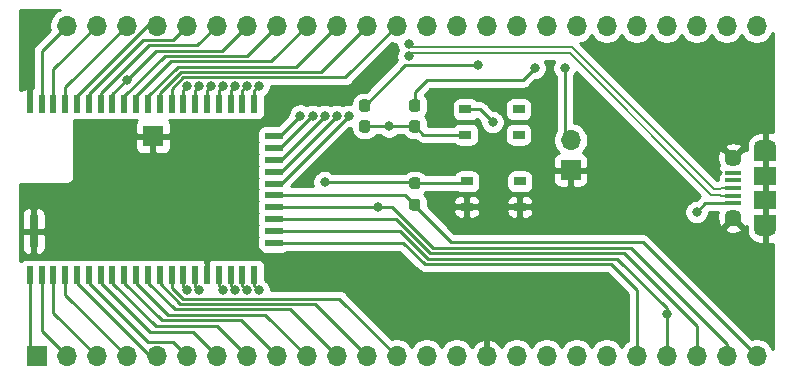
<source format=gbr>
%TF.GenerationSoftware,KiCad,Pcbnew,(5.1.9)-1*%
%TF.CreationDate,2021-12-20T00:17:31+00:00*%
%TF.ProjectId,BM83 breakout,424d3833-2062-4726-9561-6b6f75742e6b,rev?*%
%TF.SameCoordinates,Original*%
%TF.FileFunction,Copper,L1,Top*%
%TF.FilePolarity,Positive*%
%FSLAX46Y46*%
G04 Gerber Fmt 4.6, Leading zero omitted, Abs format (unit mm)*
G04 Created by KiCad (PCBNEW (5.1.9)-1) date 2021-12-20 00:17:31*
%MOMM*%
%LPD*%
G01*
G04 APERTURE LIST*
%TA.AperFunction,SMDPad,CuDef*%
%ADD10R,1.900000X1.200000*%
%TD*%
%TA.AperFunction,ComponentPad*%
%ADD11O,1.900000X1.200000*%
%TD*%
%TA.AperFunction,SMDPad,CuDef*%
%ADD12R,1.900000X1.500000*%
%TD*%
%TA.AperFunction,ComponentPad*%
%ADD13C,1.450000*%
%TD*%
%TA.AperFunction,SMDPad,CuDef*%
%ADD14R,1.350000X0.400000*%
%TD*%
%TA.AperFunction,ComponentPad*%
%ADD15O,1.700000X1.700000*%
%TD*%
%TA.AperFunction,ComponentPad*%
%ADD16R,1.700000X1.700000*%
%TD*%
%TA.AperFunction,SMDPad,CuDef*%
%ADD17R,1.780000X1.780000*%
%TD*%
%TA.AperFunction,SMDPad,CuDef*%
%ADD18R,0.760000X2.790000*%
%TD*%
%TA.AperFunction,SMDPad,CuDef*%
%ADD19R,0.600000X1.500000*%
%TD*%
%TA.AperFunction,SMDPad,CuDef*%
%ADD20R,1.500000X0.600000*%
%TD*%
%TA.AperFunction,SMDPad,CuDef*%
%ADD21R,1.000000X0.750000*%
%TD*%
%TA.AperFunction,ViaPad*%
%ADD22C,0.800000*%
%TD*%
%TA.AperFunction,Conductor*%
%ADD23C,0.250000*%
%TD*%
%TA.AperFunction,Conductor*%
%ADD24C,0.200000*%
%TD*%
%TA.AperFunction,Conductor*%
%ADD25C,0.254000*%
%TD*%
%TA.AperFunction,Conductor*%
%ADD26C,0.100000*%
%TD*%
G04 APERTURE END LIST*
D10*
%TO.P,J3,6*%
%TO.N,GND*%
X135349500Y-100436000D03*
X135349500Y-94636000D03*
D11*
X135349500Y-94036000D03*
X135349500Y-101036000D03*
D12*
X135349500Y-98536000D03*
D13*
X132649500Y-95036000D03*
D14*
%TO.P,J3,3*%
%TO.N,/DP*%
X132649500Y-97536000D03*
%TO.P,J3,4*%
%TO.N,Net-(J3-Pad4)*%
X132649500Y-96886000D03*
%TO.P,J3,5*%
%TO.N,GND*%
X132649500Y-96236000D03*
%TO.P,J3,1*%
%TO.N,/ADAP_IN*%
X132649500Y-98836000D03*
%TO.P,J3,2*%
%TO.N,/DN*%
X132649500Y-98186000D03*
D13*
%TO.P,J3,6*%
%TO.N,GND*%
X132649500Y-100036000D03*
D12*
X135349500Y-96536000D03*
%TD*%
D15*
%TO.P,J1,25*%
%TO.N,/VDD_IO*%
X134620000Y-111760000D03*
%TO.P,J1,24*%
%TO.N,/SYS_PWR*%
X132080000Y-111760000D03*
%TO.P,J1,23*%
%TO.N,/BAT_IN*%
X129540000Y-111760000D03*
%TO.P,J1,22*%
%TO.N,/ADAP_IN*%
X127000000Y-111760000D03*
%TO.P,J1,21*%
%TO.N,/P2_6*%
X124460000Y-111760000D03*
%TO.P,J1,20*%
%TO.N,/P3_2*%
X121920000Y-111760000D03*
%TO.P,J1,19*%
%TO.N,/DMIC1_L*%
X119380000Y-111760000D03*
%TO.P,J1,18*%
%TO.N,/DMIC1_R*%
X116840000Y-111760000D03*
%TO.P,J1,17*%
%TO.N,/DMIC1_CLK*%
X114300000Y-111760000D03*
%TO.P,J1,16*%
%TO.N,GND*%
X111760000Y-111760000D03*
%TO.P,J1,15*%
%TO.N,/MICBIAS*%
X109220000Y-111760000D03*
%TO.P,J1,14*%
%TO.N,/MICP1*%
X106680000Y-111760000D03*
%TO.P,J1,13*%
%TO.N,/MICN1*%
X104140000Y-111760000D03*
%TO.P,J1,12*%
%TO.N,/AIL*%
X101600000Y-111760000D03*
%TO.P,J1,11*%
%TO.N,/AIR*%
X99060000Y-111760000D03*
%TO.P,J1,10*%
%TO.N,/MICP2*%
X96520000Y-111760000D03*
%TO.P,J1,9*%
%TO.N,/MICN2*%
X93980000Y-111760000D03*
%TO.P,J1,8*%
%TO.N,/AOHPL*%
X91440000Y-111760000D03*
%TO.P,J1,7*%
%TO.N,/AOHPM*%
X88900000Y-111760000D03*
%TO.P,J1,6*%
%TO.N,/AOHPR*%
X86360000Y-111760000D03*
%TO.P,J1,5*%
%TO.N,/MCLK1*%
X83820000Y-111760000D03*
%TO.P,J1,4*%
%TO.N,/DT1*%
X81280000Y-111760000D03*
%TO.P,J1,3*%
%TO.N,/SCLK1*%
X78740000Y-111760000D03*
%TO.P,J1,2*%
%TO.N,/RFS1*%
X76200000Y-111760000D03*
D16*
%TO.P,J1,1*%
%TO.N,/DR1*%
X73660000Y-111760000D03*
%TD*%
D17*
%TO.P,U1,50*%
%TO.N,GND*%
X83510000Y-93136000D03*
D18*
X73400000Y-101196000D03*
D19*
X73080000Y-90406000D03*
%TO.P,U1,49*%
%TO.N,/P0_0*%
X74080000Y-90406000D03*
%TO.P,U1,48*%
%TO.N,/P3_7*%
X75080000Y-90406000D03*
%TO.P,U1,47*%
%TO.N,/P1_3*%
X76080000Y-90406000D03*
%TO.P,U1,46*%
%TO.N,/P1_2*%
X77080000Y-90406000D03*
%TO.P,U1,45*%
%TO.N,/P0_7*%
X78080000Y-90406000D03*
%TO.P,U1,44*%
%TO.N,/P0_1*%
X79080000Y-90406000D03*
%TO.P,U1,43*%
%TO.N,/RST_N*%
X80080000Y-90406000D03*
%TO.P,U1,42*%
%TO.N,/P2_3*%
X81080000Y-90406000D03*
%TO.P,U1,41*%
%TO.N,/P1_6*%
X82080000Y-90406000D03*
%TO.P,U1,40*%
%TO.N,/P0_5*%
X83080000Y-90406000D03*
%TO.P,U1,39*%
%TO.N,/P2_7*%
X84080000Y-90406000D03*
%TO.P,U1,38*%
%TO.N,/P0_3*%
X85080000Y-90406000D03*
%TO.P,U1,37*%
%TO.N,/DP*%
X86080000Y-90406000D03*
%TO.P,U1,36*%
%TO.N,/DN*%
X87080000Y-90406000D03*
%TO.P,U1,35*%
%TO.N,/P0_6*%
X88080000Y-90406000D03*
%TO.P,U1,34*%
%TO.N,/LED2*%
X89080000Y-90406000D03*
%TO.P,U1,33*%
%TO.N,/P0_2*%
X90080000Y-90406000D03*
%TO.P,U1,32*%
%TO.N,/LED1*%
X91080000Y-90406000D03*
%TO.P,U1,31*%
%TO.N,/P3_4*%
X92080000Y-90406000D03*
D20*
%TO.P,U1,30*%
%TO.N,/P8_5*%
X93730000Y-93156000D03*
%TO.P,U1,29*%
%TO.N,/P8_6*%
X93730000Y-94156000D03*
%TO.P,U1,28*%
%TO.N,/SK2_KEY_AD*%
X93730000Y-95156000D03*
%TO.P,U1,27*%
%TO.N,/SK1_AMB_DET*%
X93730000Y-96156000D03*
%TO.P,U1,26*%
%TO.N,/PWR(MFB)*%
X93730000Y-97156000D03*
%TO.P,U1,25*%
%TO.N,/VDD_IO*%
X93730000Y-98156000D03*
%TO.P,U1,24*%
%TO.N,/SYS_PWR*%
X93730000Y-99156000D03*
%TO.P,U1,23*%
%TO.N,/BAT_IN*%
X93730000Y-100156000D03*
%TO.P,U1,22*%
%TO.N,/ADAP_IN*%
X93730000Y-101156000D03*
%TO.P,U1,21*%
%TO.N,/P2_6*%
X93730000Y-102156000D03*
D19*
%TO.P,U1,20*%
%TO.N,/P3_2*%
X92080000Y-104906000D03*
%TO.P,U1,19*%
%TO.N,/DMIC1_L*%
X91080000Y-104906000D03*
%TO.P,U1,18*%
%TO.N,/DMIC1_R*%
X90080000Y-104906000D03*
%TO.P,U1,17*%
%TO.N,/DMIC1_CLK*%
X89080000Y-104906000D03*
%TO.P,U1,16*%
%TO.N,GND*%
X88080000Y-104906000D03*
%TO.P,U1,15*%
%TO.N,/MICBIAS*%
X87080000Y-104906000D03*
%TO.P,U1,14*%
%TO.N,/MICP1*%
X86080000Y-104906000D03*
%TO.P,U1,13*%
%TO.N,/MICN1*%
X85080000Y-104906000D03*
%TO.P,U1,12*%
%TO.N,/AIL*%
X84080000Y-104906000D03*
%TO.P,U1,11*%
%TO.N,/AIR*%
X83080000Y-104906000D03*
%TO.P,U1,10*%
%TO.N,/MICP2*%
X82080000Y-104906000D03*
%TO.P,U1,9*%
%TO.N,/MICN2*%
X81080000Y-104906000D03*
%TO.P,U1,8*%
%TO.N,/AOHPL*%
X80080000Y-104906000D03*
%TO.P,U1,7*%
%TO.N,/AOHPM*%
X79080000Y-104906000D03*
%TO.P,U1,6*%
%TO.N,/AOHPR*%
X78080000Y-104906000D03*
%TO.P,U1,5*%
%TO.N,/MCLK1*%
X77080000Y-104906000D03*
%TO.P,U1,4*%
%TO.N,/DT1*%
X76080000Y-104906000D03*
%TO.P,U1,3*%
%TO.N,/SCLK1*%
X75080000Y-104906000D03*
%TO.P,U1,2*%
%TO.N,/RFS1*%
X74080000Y-104906000D03*
%TO.P,U1,1*%
%TO.N,/DR1*%
X73080000Y-104906000D03*
%TD*%
D21*
%TO.P,RST,2*%
%TO.N,/RST_N*%
X110069022Y-96972303D03*
X114569022Y-96972303D03*
%TO.P,RST,1*%
%TO.N,GND*%
X114569022Y-99122303D03*
X110069022Y-99122303D03*
%TD*%
%TO.P,MFB,2*%
%TO.N,/SYS_PWR*%
X114466978Y-93019697D03*
X109966978Y-93019697D03*
%TO.P,MFB,1*%
%TO.N,/PWR(MFB)*%
X109966978Y-90869697D03*
X114466978Y-90869697D03*
%TD*%
%TO.P,R1,2*%
%TO.N,/RST_N*%
%TA.AperFunction,SMDPad,CuDef*%
G36*
G01*
X105901500Y-97619000D02*
X105426500Y-97619000D01*
G75*
G02*
X105189000Y-97381500I0J237500D01*
G01*
X105189000Y-96881500D01*
G75*
G02*
X105426500Y-96644000I237500J0D01*
G01*
X105901500Y-96644000D01*
G75*
G02*
X106139000Y-96881500I0J-237500D01*
G01*
X106139000Y-97381500D01*
G75*
G02*
X105901500Y-97619000I-237500J0D01*
G01*
G37*
%TD.AperFunction*%
%TO.P,R1,1*%
%TO.N,/VDD_IO*%
%TA.AperFunction,SMDPad,CuDef*%
G36*
G01*
X105901500Y-99444000D02*
X105426500Y-99444000D01*
G75*
G02*
X105189000Y-99206500I0J237500D01*
G01*
X105189000Y-98706500D01*
G75*
G02*
X105426500Y-98469000I237500J0D01*
G01*
X105901500Y-98469000D01*
G75*
G02*
X106139000Y-98706500I0J-237500D01*
G01*
X106139000Y-99206500D01*
G75*
G02*
X105901500Y-99444000I-237500J0D01*
G01*
G37*
%TD.AperFunction*%
%TD*%
D15*
%TO.P,JP1,2*%
%TO.N,/P3_4*%
X118872000Y-93472000D03*
D16*
%TO.P,JP1,1*%
%TO.N,GND*%
X118872000Y-96012000D03*
%TD*%
D15*
%TO.P,J2,25*%
%TO.N,/PWR(MFB)*%
X134620000Y-83820000D03*
%TO.P,J2,24*%
%TO.N,/SK1_AMB_DET*%
X132080000Y-83820000D03*
%TO.P,J2,23*%
%TO.N,/SK2_KEY_AD*%
X129540000Y-83820000D03*
%TO.P,J2,22*%
%TO.N,/P8_6*%
X127000000Y-83820000D03*
%TO.P,J2,21*%
%TO.N,/P8_5*%
X124460000Y-83820000D03*
%TO.P,J2,20*%
%TO.N,/P3_4*%
X121920000Y-83820000D03*
%TO.P,J2,19*%
%TO.N,/LED1*%
X119380000Y-83820000D03*
%TO.P,J2,18*%
%TO.N,/P0_2*%
X116840000Y-83820000D03*
%TO.P,J2,17*%
%TO.N,/LED2*%
X114300000Y-83820000D03*
%TO.P,J2,16*%
%TO.N,/P0_6*%
X111760000Y-83820000D03*
%TO.P,J2,15*%
%TO.N,/DN*%
X109220000Y-83820000D03*
%TO.P,J2,14*%
%TO.N,/DP*%
X106680000Y-83820000D03*
%TO.P,J2,13*%
%TO.N,/P0_3*%
X104140000Y-83820000D03*
%TO.P,J2,12*%
%TO.N,/P2_7*%
X101600000Y-83820000D03*
%TO.P,J2,11*%
%TO.N,/P0_5*%
X99060000Y-83820000D03*
%TO.P,J2,10*%
%TO.N,/P1_6*%
X96520000Y-83820000D03*
%TO.P,J2,9*%
%TO.N,/P2_3*%
X93980000Y-83820000D03*
%TO.P,J2,8*%
%TO.N,/RST_N*%
X91440000Y-83820000D03*
%TO.P,J2,7*%
%TO.N,/P0_1*%
X88900000Y-83820000D03*
%TO.P,J2,6*%
%TO.N,/P0_7*%
X86360000Y-83820000D03*
%TO.P,J2,5*%
%TO.N,/P1_2*%
X83820000Y-83820000D03*
%TO.P,J2,4*%
%TO.N,/P1_3*%
X81280000Y-83820000D03*
%TO.P,J2,3*%
%TO.N,/P3_7*%
X78740000Y-83820000D03*
%TO.P,J2,2*%
%TO.N,/P0_0*%
X76200000Y-83820000D03*
D16*
%TO.P,J2,1*%
%TO.N,GND*%
X73660000Y-83820000D03*
%TD*%
%TO.P,D2,2*%
%TO.N,/SYS_PWR*%
%TA.AperFunction,SMDPad,CuDef*%
G36*
G01*
X101190500Y-91790000D02*
X101665500Y-91790000D01*
G75*
G02*
X101903000Y-92027500I0J-237500D01*
G01*
X101903000Y-92602500D01*
G75*
G02*
X101665500Y-92840000I-237500J0D01*
G01*
X101190500Y-92840000D01*
G75*
G02*
X100953000Y-92602500I0J237500D01*
G01*
X100953000Y-92027500D01*
G75*
G02*
X101190500Y-91790000I237500J0D01*
G01*
G37*
%TD.AperFunction*%
%TO.P,D2,1*%
%TO.N,/LED2*%
%TA.AperFunction,SMDPad,CuDef*%
G36*
G01*
X101190500Y-90040000D02*
X101665500Y-90040000D01*
G75*
G02*
X101903000Y-90277500I0J-237500D01*
G01*
X101903000Y-90852500D01*
G75*
G02*
X101665500Y-91090000I-237500J0D01*
G01*
X101190500Y-91090000D01*
G75*
G02*
X100953000Y-90852500I0J237500D01*
G01*
X100953000Y-90277500D01*
G75*
G02*
X101190500Y-90040000I237500J0D01*
G01*
G37*
%TD.AperFunction*%
%TD*%
%TO.P,D1,2*%
%TO.N,/SYS_PWR*%
%TA.AperFunction,SMDPad,CuDef*%
G36*
G01*
X105426500Y-91790000D02*
X105901500Y-91790000D01*
G75*
G02*
X106139000Y-92027500I0J-237500D01*
G01*
X106139000Y-92602500D01*
G75*
G02*
X105901500Y-92840000I-237500J0D01*
G01*
X105426500Y-92840000D01*
G75*
G02*
X105189000Y-92602500I0J237500D01*
G01*
X105189000Y-92027500D01*
G75*
G02*
X105426500Y-91790000I237500J0D01*
G01*
G37*
%TD.AperFunction*%
%TO.P,D1,1*%
%TO.N,/LED1*%
%TA.AperFunction,SMDPad,CuDef*%
G36*
G01*
X105426500Y-90040000D02*
X105901500Y-90040000D01*
G75*
G02*
X106139000Y-90277500I0J-237500D01*
G01*
X106139000Y-90852500D01*
G75*
G02*
X105901500Y-91090000I-237500J0D01*
G01*
X105426500Y-91090000D01*
G75*
G02*
X105189000Y-90852500I0J237500D01*
G01*
X105189000Y-90277500D01*
G75*
G02*
X105426500Y-90040000I237500J0D01*
G01*
G37*
%TD.AperFunction*%
%TD*%
D22*
%TO.N,/SYS_PWR*%
X103491000Y-92315000D03*
X102520000Y-99156000D03*
%TO.N,/LED1*%
X91440000Y-88900000D03*
X115824000Y-87376000D03*
%TO.N,/LED2*%
X89408000Y-88900000D03*
X110998000Y-87122000D03*
%TO.N,/ADAP_IN*%
X127000000Y-108204000D03*
X129540000Y-99568000D03*
%TO.N,/P3_2*%
X92456000Y-106172000D03*
%TO.N,/DMIC1_L*%
X91440000Y-106172000D03*
%TO.N,/DMIC1_R*%
X90424000Y-106172000D03*
%TO.N,/DMIC1_CLK*%
X89408000Y-106172000D03*
%TO.N,GND*%
X72644000Y-97536000D03*
X77216000Y-92456000D03*
X81280000Y-92456000D03*
X94488000Y-89408000D03*
X100076000Y-94996000D03*
X116332000Y-92456000D03*
X112268000Y-94996000D03*
X107696000Y-94996000D03*
X104140000Y-94996000D03*
X112268000Y-99060000D03*
X108204000Y-99060000D03*
X94996000Y-104648000D03*
X98552000Y-104648000D03*
X102108000Y-104648000D03*
X115824000Y-105664000D03*
X112268000Y-105664000D03*
X108712000Y-105664000D03*
X105156000Y-105664000D03*
X134620000Y-109220000D03*
X131572000Y-106172000D03*
X125476000Y-100584000D03*
X121412000Y-100584000D03*
X117348000Y-100584000D03*
X134620000Y-90424000D03*
X134620000Y-86868000D03*
X131572000Y-89408000D03*
X122936000Y-92456000D03*
X90932000Y-102616000D03*
X90932000Y-99060000D03*
X90932000Y-96012000D03*
X90932000Y-92456000D03*
X85852000Y-96012000D03*
X85852000Y-99060000D03*
X85852000Y-102616000D03*
X81280000Y-102616000D03*
X81280000Y-99060000D03*
X81280000Y-96012000D03*
X77216000Y-96012000D03*
X77216000Y-99060000D03*
X77216000Y-102616000D03*
X72644000Y-88900000D03*
X118872000Y-105664000D03*
X121412000Y-105664000D03*
X122936000Y-109220000D03*
X122936000Y-106680000D03*
X128524000Y-103124000D03*
X134620000Y-105156000D03*
X127508000Y-92456000D03*
X128524000Y-98044000D03*
X125476000Y-95504000D03*
X93980000Y-90932000D03*
%TO.N,/MICBIAS*%
X87376000Y-106172000D03*
%TO.N,/MICP1*%
X86360000Y-106172000D03*
%TO.N,/PWR(MFB)*%
X100076000Y-91440000D03*
X112268000Y-91948000D03*
%TO.N,/SK1_AMB_DET*%
X99055347Y-91435347D03*
%TO.N,/SK2_KEY_AD*%
X98044000Y-91440000D03*
%TO.N,/P8_6*%
X97031346Y-91427349D03*
%TO.N,/P8_5*%
X95978846Y-91406846D03*
%TO.N,/P3_4*%
X92456000Y-88900000D03*
X118364000Y-87376000D03*
%TO.N,/P0_2*%
X90424000Y-88900000D03*
%TO.N,/P0_6*%
X88392000Y-88900000D03*
%TO.N,/DN*%
X87376000Y-88900000D03*
%TO.N,/DP*%
X86375997Y-88900000D03*
X105156000Y-85327000D03*
%TO.N,/RST_N*%
X81280000Y-88392000D03*
X98044000Y-97028000D03*
%TO.N,/DN*%
X105156000Y-86377000D03*
%TD*%
D23*
%TO.N,/SYS_PWR*%
X101206002Y-92315000D02*
X101428000Y-92315000D01*
X93980000Y-99156000D02*
X94365002Y-99156000D01*
X106368697Y-93019697D02*
X105664000Y-92315000D01*
X109966978Y-93019697D02*
X106368697Y-93019697D01*
X114466978Y-93019697D02*
X114355697Y-93019697D01*
X103491000Y-92315000D02*
X101428000Y-92315000D01*
X105664000Y-92315000D02*
X103491000Y-92315000D01*
X103728000Y-99156000D02*
X103728000Y-99156000D01*
X102520000Y-99156000D02*
X93980000Y-99156000D01*
X132080000Y-110744000D02*
X132080000Y-111760000D01*
X123951999Y-102615999D02*
X132080000Y-110744000D01*
X107188000Y-102616000D02*
X123951999Y-102615999D01*
X103728000Y-99156000D02*
X107188000Y-102616000D01*
X102520000Y-99156000D02*
X103728000Y-99156000D01*
%TO.N,/LED1*%
X91080000Y-89260000D02*
X91440000Y-88900000D01*
X91080000Y-90156000D02*
X91080000Y-89260000D01*
X105664000Y-90565000D02*
X105664000Y-89408000D01*
X115824000Y-87376000D02*
X114808000Y-88392000D01*
X106680000Y-88392000D02*
X105664000Y-89408000D01*
X114808000Y-88392000D02*
X106680000Y-88392000D01*
%TO.N,/LED2*%
X89080000Y-89228000D02*
X89408000Y-88900000D01*
X89080000Y-90156000D02*
X89080000Y-89228000D01*
X104871000Y-87122000D02*
X101428000Y-90565000D01*
X110998000Y-87122000D02*
X104871000Y-87122000D01*
%TO.N,/VDD_IO*%
X104863500Y-98156000D02*
X105664000Y-98956500D01*
X93980000Y-98156000D02*
X104863500Y-98156000D01*
X134620000Y-111760000D02*
X128016000Y-105156000D01*
X128016000Y-105156000D02*
X124968000Y-102108000D01*
X124968000Y-102108000D02*
X108712000Y-102108000D01*
X105664000Y-99060000D02*
X108712000Y-102108000D01*
X105664000Y-98956500D02*
X105664000Y-99060000D01*
%TO.N,/BAT_IN*%
X93980000Y-100156000D02*
X94060000Y-100156000D01*
X93980000Y-100156000D02*
X95332820Y-100156000D01*
X107001599Y-103066009D02*
X123386009Y-103066009D01*
X104091590Y-100156000D02*
X107001599Y-103066009D01*
X123386009Y-103066009D02*
X129540000Y-109220000D01*
X93980000Y-100156000D02*
X104091590Y-100156000D01*
X129540000Y-109220000D02*
X129540000Y-111760000D01*
%TO.N,/ADAP_IN*%
X106815199Y-103516019D02*
X107072019Y-103516019D01*
X104455180Y-101156000D02*
X106815199Y-103516019D01*
X107072019Y-103516019D02*
X106815198Y-103516018D01*
X93980000Y-101156000D02*
X104455180Y-101156000D01*
X127000000Y-107696000D02*
X127000000Y-108075590D01*
X127000000Y-108075590D02*
X127000000Y-108204000D01*
X122820019Y-103516019D02*
X127000000Y-107696000D01*
X107072019Y-103516019D02*
X122820019Y-103516019D01*
X127000000Y-108204000D02*
X127000000Y-111760000D01*
X130272000Y-98836000D02*
X132649500Y-98836000D01*
X129540000Y-99568000D02*
X130272000Y-98836000D01*
%TO.N,/P2_6*%
X104696000Y-102156000D02*
X93980000Y-102156000D01*
X106506029Y-103966029D02*
X104696000Y-102156000D01*
X122254029Y-103966029D02*
X106506029Y-103966029D01*
X124460000Y-106172000D02*
X122254029Y-103966029D01*
X124460000Y-111760000D02*
X124460000Y-106172000D01*
%TO.N,/P3_2*%
X92080000Y-105796000D02*
X92456000Y-106172000D01*
X92080000Y-105156000D02*
X92080000Y-105796000D01*
%TO.N,/DMIC1_L*%
X91080000Y-105812000D02*
X91440000Y-106172000D01*
X91080000Y-105156000D02*
X91080000Y-105812000D01*
%TO.N,/DMIC1_R*%
X90080000Y-105828000D02*
X90424000Y-106172000D01*
X90080000Y-105156000D02*
X90080000Y-105828000D01*
%TO.N,/DMIC1_CLK*%
X89080000Y-105844000D02*
X89408000Y-106172000D01*
X89080000Y-105156000D02*
X89080000Y-105844000D01*
%TO.N,GND*%
X73660000Y-83820000D02*
X73080000Y-84400000D01*
%TO.N,/MICBIAS*%
X87080000Y-105876000D02*
X87376000Y-106172000D01*
X87080000Y-105156000D02*
X87080000Y-105876000D01*
%TO.N,/MICP1*%
X86080000Y-105892000D02*
X86360000Y-106172000D01*
X86080000Y-105156000D02*
X86080000Y-105892000D01*
%TO.N,/MICN1*%
X99277001Y-106897001D02*
X104140000Y-111760000D01*
X86011999Y-106897001D02*
X99277001Y-106897001D01*
X85080000Y-105965002D02*
X86011999Y-106897001D01*
X85080000Y-105156000D02*
X85080000Y-105965002D01*
%TO.N,/AIL*%
X84080000Y-105601412D02*
X85825599Y-107347011D01*
X84080000Y-105156000D02*
X84080000Y-105601412D01*
X97187011Y-107347011D02*
X101600000Y-111760000D01*
X85825599Y-107347011D02*
X97187011Y-107347011D01*
%TO.N,/AIR*%
X83080000Y-105541002D02*
X85336019Y-107797021D01*
X83080000Y-105156000D02*
X83080000Y-105541002D01*
X95097021Y-107797021D02*
X99060000Y-111760000D01*
X85336019Y-107797021D02*
X95097021Y-107797021D01*
%TO.N,/MICP2*%
X82080000Y-105541002D02*
X84786029Y-108247031D01*
X82080000Y-105156000D02*
X82080000Y-105541002D01*
X93007031Y-108247031D02*
X96520000Y-111760000D01*
X84786029Y-108247031D02*
X93007031Y-108247031D01*
%TO.N,/MICN2*%
X93980000Y-111760000D02*
X90932000Y-108712000D01*
X84250998Y-108712000D02*
X81080000Y-105541002D01*
X81080000Y-105541002D02*
X81080000Y-105156000D01*
X90932000Y-108712000D02*
X84250998Y-108712000D01*
%TO.N,/AOHPL*%
X80080000Y-105541002D02*
X83758998Y-109220000D01*
X80080000Y-105156000D02*
X80080000Y-105541002D01*
X88900000Y-109220000D02*
X91440000Y-111760000D01*
X83758998Y-109220000D02*
X88900000Y-109220000D01*
%TO.N,/AOHPM*%
X88900000Y-111760000D02*
X86868000Y-109728000D01*
X79080000Y-105541002D02*
X79080000Y-105156000D01*
X83266998Y-109728000D02*
X79080000Y-105541002D01*
X86868000Y-109728000D02*
X83266998Y-109728000D01*
%TO.N,/AOHPR*%
X78080000Y-105541002D02*
X78080000Y-105156000D01*
X83123997Y-110584999D02*
X78080000Y-105541002D01*
X85184999Y-110584999D02*
X83123997Y-110584999D01*
X86360000Y-111760000D02*
X85184999Y-110584999D01*
%TO.N,/MCLK1*%
X77080000Y-105541002D02*
X77080000Y-105156000D01*
X83298998Y-111760000D02*
X77080000Y-105541002D01*
X83820000Y-111760000D02*
X83298998Y-111760000D01*
%TO.N,/DT1*%
X76080000Y-106560000D02*
X76080000Y-105156000D01*
X81280000Y-111760000D02*
X76080000Y-106560000D01*
%TO.N,/SCLK1*%
X75080000Y-108100000D02*
X75080000Y-105156000D01*
X78740000Y-111760000D02*
X75080000Y-108100000D01*
%TO.N,/RFS1*%
X74080000Y-109640000D02*
X74080000Y-105156000D01*
X76200000Y-111760000D02*
X74080000Y-109640000D01*
%TO.N,/DR1*%
X73080000Y-111180000D02*
X73080000Y-105156000D01*
X73660000Y-111760000D02*
X73080000Y-111180000D01*
%TO.N,/PWR(MFB)*%
X94360000Y-97156000D02*
X100076000Y-91440000D01*
X93980000Y-97156000D02*
X94360000Y-97156000D01*
X111189697Y-90869697D02*
X112268000Y-91948000D01*
X109966978Y-90869697D02*
X111189697Y-90869697D01*
%TO.N,/SK1_AMB_DET*%
X99055347Y-91465655D02*
X99055347Y-91435347D01*
X94365002Y-96156000D02*
X99055347Y-91465655D01*
X93980000Y-96156000D02*
X94365002Y-96156000D01*
%TO.N,/SK2_KEY_AD*%
X94328000Y-95156000D02*
X98044000Y-91440000D01*
X93980000Y-95156000D02*
X94328000Y-95156000D01*
%TO.N,/P8_6*%
X96983649Y-91427349D02*
X97031346Y-91427349D01*
X94254998Y-94156000D02*
X96983649Y-91427349D01*
X93980000Y-94156000D02*
X94254998Y-94156000D01*
%TO.N,/P8_5*%
X93980000Y-93156000D02*
X93980000Y-92964000D01*
X94229692Y-93156000D02*
X95978846Y-91406846D01*
X93980000Y-93156000D02*
X94229692Y-93156000D01*
%TO.N,/P3_4*%
X92080000Y-89276000D02*
X92456000Y-88900000D01*
X92080000Y-90156000D02*
X92080000Y-89276000D01*
X118364000Y-92964000D02*
X118872000Y-93472000D01*
X118364000Y-87376000D02*
X118364000Y-92964000D01*
%TO.N,/P0_2*%
X90080000Y-89244000D02*
X90424000Y-88900000D01*
X90080000Y-90156000D02*
X90080000Y-89244000D01*
%TO.N,/P0_6*%
X88080000Y-89212000D02*
X88392000Y-88900000D01*
X88080000Y-90156000D02*
X88080000Y-89212000D01*
%TO.N,/DN*%
X87080000Y-89196000D02*
X87376000Y-88900000D01*
X87080000Y-90156000D02*
X87080000Y-89196000D01*
%TO.N,/DP*%
X86080000Y-89195997D02*
X86375997Y-88900000D01*
X86080000Y-90156000D02*
X86080000Y-89195997D01*
D24*
X132649500Y-97536000D02*
X131636999Y-97536000D01*
X131636999Y-97536000D02*
X131536999Y-97636000D01*
X105456000Y-85627000D02*
X105156000Y-85327000D01*
X131536999Y-97636000D02*
X130974200Y-97636000D01*
X130974200Y-97636000D02*
X118965200Y-85627000D01*
X118965200Y-85627000D02*
X105456000Y-85627000D01*
D23*
%TO.N,/P0_3*%
X86042955Y-88160040D02*
X99799960Y-88160040D01*
X85080000Y-89122995D02*
X86042955Y-88160040D01*
X99799960Y-88160040D02*
X104140000Y-83820000D01*
X85080000Y-90156000D02*
X85080000Y-89122995D01*
%TO.N,/P2_7*%
X101600000Y-83820000D02*
X97709970Y-87710030D01*
X84080000Y-89486585D02*
X84080000Y-90156000D01*
X85856554Y-87710031D02*
X84080000Y-89486585D01*
X97709970Y-87710030D02*
X85856554Y-87710031D01*
%TO.N,/P0_5*%
X99060000Y-83820000D02*
X95619980Y-87260020D01*
X83080000Y-89770998D02*
X83080000Y-90156000D01*
X85590978Y-87260020D02*
X83080000Y-89770998D01*
X95619980Y-87260020D02*
X85590978Y-87260020D01*
%TO.N,/P1_6*%
X96520000Y-83820000D02*
X93529990Y-86810010D01*
X82080000Y-89770998D02*
X82080000Y-90156000D01*
X85040988Y-86810010D02*
X82080000Y-89770998D01*
X93529990Y-86810010D02*
X85040988Y-86810010D01*
%TO.N,/P2_3*%
X93980000Y-83820000D02*
X91440000Y-86360000D01*
X81080000Y-89770998D02*
X81080000Y-90156000D01*
X84490998Y-86360000D02*
X81080000Y-89770998D01*
X91440000Y-86360000D02*
X84490998Y-86360000D01*
%TO.N,/RST_N*%
X80080000Y-89770998D02*
X80080000Y-90156000D01*
X80080000Y-89592000D02*
X81280000Y-88392000D01*
X80080000Y-90156000D02*
X80080000Y-89592000D01*
X89364979Y-85895021D02*
X91440000Y-83820000D01*
X83776979Y-85895021D02*
X89364979Y-85895021D01*
X81280000Y-88392000D02*
X83776979Y-85895021D01*
X109909825Y-97131500D02*
X110069022Y-96972303D01*
X105664000Y-97131500D02*
X109909825Y-97131500D01*
X105560500Y-97028000D02*
X105664000Y-97131500D01*
X98044000Y-97028000D02*
X105560500Y-97028000D01*
%TO.N,/P0_1*%
X87274989Y-85445011D02*
X88900000Y-83820000D01*
X83153987Y-85445011D02*
X87274989Y-85445011D01*
X79080000Y-89518998D02*
X83153987Y-85445011D01*
X79080000Y-90156000D02*
X79080000Y-89518998D01*
%TO.N,/P0_7*%
X78080000Y-89882588D02*
X78080000Y-90156000D01*
X78080000Y-89560000D02*
X78080000Y-90156000D01*
X82644998Y-84995002D02*
X78080000Y-89560000D01*
X85184999Y-84995001D02*
X82644998Y-84995002D01*
X86360000Y-83820000D02*
X85184999Y-84995001D01*
%TO.N,/P1_2*%
X77080000Y-89759002D02*
X77080000Y-90156000D01*
X83019002Y-83820000D02*
X77080000Y-89759002D01*
X83820000Y-83820000D02*
X83019002Y-83820000D01*
%TO.N,/P1_3*%
X76080000Y-89020000D02*
X76080000Y-90156000D01*
X81280000Y-83820000D02*
X76080000Y-89020000D01*
%TO.N,/P3_7*%
X75080000Y-87480000D02*
X75080000Y-90156000D01*
X78740000Y-83820000D02*
X75080000Y-87480000D01*
%TO.N,/P0_0*%
X74080000Y-85940000D02*
X74080000Y-90156000D01*
X76200000Y-83820000D02*
X74080000Y-85940000D01*
D24*
%TO.N,/DN*%
X105456000Y-86077000D02*
X105156000Y-86377000D01*
X131636999Y-98186000D02*
X131536999Y-98086000D01*
X130787800Y-98086000D02*
X118778800Y-86077000D01*
X132649500Y-98186000D02*
X131636999Y-98186000D01*
X131536999Y-98086000D02*
X130787800Y-98086000D01*
X118778800Y-86077000D02*
X105456000Y-86077000D01*
%TD*%
D25*
%TO.N,GND*%
X103993740Y-85305000D02*
X104121000Y-85305000D01*
X104121000Y-85428939D01*
X104160774Y-85628898D01*
X104238795Y-85817256D01*
X104262010Y-85852000D01*
X104238795Y-85886744D01*
X104160774Y-86075102D01*
X104121000Y-86275061D01*
X104121000Y-86478939D01*
X104160774Y-86678898D01*
X104183774Y-86734424D01*
X101516271Y-89401928D01*
X101190500Y-89401928D01*
X101019684Y-89418752D01*
X100855433Y-89468577D01*
X100704058Y-89549488D01*
X100571377Y-89658377D01*
X100462488Y-89791058D01*
X100381577Y-89942433D01*
X100331752Y-90106684D01*
X100314928Y-90277500D01*
X100314928Y-90432249D01*
X100177939Y-90405000D01*
X99974061Y-90405000D01*
X99774102Y-90444774D01*
X99585744Y-90522795D01*
X99569155Y-90533879D01*
X99545603Y-90518142D01*
X99357245Y-90440121D01*
X99157286Y-90400347D01*
X98953408Y-90400347D01*
X98753449Y-90440121D01*
X98565091Y-90518142D01*
X98546192Y-90530770D01*
X98534256Y-90522795D01*
X98345898Y-90444774D01*
X98145939Y-90405000D01*
X97942061Y-90405000D01*
X97742102Y-90444774D01*
X97553744Y-90522795D01*
X97547140Y-90527208D01*
X97521602Y-90510144D01*
X97333244Y-90432123D01*
X97133285Y-90392349D01*
X96929407Y-90392349D01*
X96729448Y-90432123D01*
X96541090Y-90510144D01*
X96520438Y-90523943D01*
X96469102Y-90489641D01*
X96280744Y-90411620D01*
X96080785Y-90371846D01*
X95876907Y-90371846D01*
X95676948Y-90411620D01*
X95488590Y-90489641D01*
X95319072Y-90602909D01*
X95174909Y-90747072D01*
X95061641Y-90916590D01*
X94983620Y-91104948D01*
X94943846Y-91304907D01*
X94943846Y-91367044D01*
X94098861Y-92212030D01*
X93980000Y-92200323D01*
X93831015Y-92214997D01*
X93821353Y-92217928D01*
X92980000Y-92217928D01*
X92855518Y-92230188D01*
X92735820Y-92266498D01*
X92625506Y-92325463D01*
X92528815Y-92404815D01*
X92449463Y-92501506D01*
X92390498Y-92611820D01*
X92354188Y-92731518D01*
X92341928Y-92856000D01*
X92341928Y-93456000D01*
X92354188Y-93580482D01*
X92377096Y-93656000D01*
X92354188Y-93731518D01*
X92341928Y-93856000D01*
X92341928Y-94456000D01*
X92354188Y-94580482D01*
X92377096Y-94656000D01*
X92354188Y-94731518D01*
X92341928Y-94856000D01*
X92341928Y-95456000D01*
X92354188Y-95580482D01*
X92377096Y-95656000D01*
X92354188Y-95731518D01*
X92341928Y-95856000D01*
X92341928Y-96456000D01*
X92354188Y-96580482D01*
X92377096Y-96656000D01*
X92354188Y-96731518D01*
X92341928Y-96856000D01*
X92341928Y-97456000D01*
X92354188Y-97580482D01*
X92377096Y-97656000D01*
X92354188Y-97731518D01*
X92341928Y-97856000D01*
X92341928Y-98456000D01*
X92354188Y-98580482D01*
X92377096Y-98656000D01*
X92354188Y-98731518D01*
X92341928Y-98856000D01*
X92341928Y-99456000D01*
X92354188Y-99580482D01*
X92377096Y-99656000D01*
X92354188Y-99731518D01*
X92341928Y-99856000D01*
X92341928Y-100456000D01*
X92354188Y-100580482D01*
X92377096Y-100656000D01*
X92354188Y-100731518D01*
X92341928Y-100856000D01*
X92341928Y-101456000D01*
X92354188Y-101580482D01*
X92377096Y-101656000D01*
X92354188Y-101731518D01*
X92341928Y-101856000D01*
X92341928Y-102456000D01*
X92354188Y-102580482D01*
X92390498Y-102700180D01*
X92449463Y-102810494D01*
X92528815Y-102907185D01*
X92625506Y-102986537D01*
X92735820Y-103045502D01*
X92855518Y-103081812D01*
X92980000Y-103094072D01*
X94480000Y-103094072D01*
X94604482Y-103081812D01*
X94724180Y-103045502D01*
X94834494Y-102986537D01*
X94920444Y-102916000D01*
X104381199Y-102916000D01*
X105942229Y-104477031D01*
X105966028Y-104506030D01*
X105995026Y-104529828D01*
X106081753Y-104601003D01*
X106213782Y-104671575D01*
X106357043Y-104715032D01*
X106506029Y-104729706D01*
X106543362Y-104726029D01*
X121939228Y-104726029D01*
X123700001Y-106486803D01*
X123700000Y-110481821D01*
X123513368Y-110606525D01*
X123306525Y-110813368D01*
X123190000Y-110987760D01*
X123073475Y-110813368D01*
X122866632Y-110606525D01*
X122623411Y-110444010D01*
X122353158Y-110332068D01*
X122066260Y-110275000D01*
X121773740Y-110275000D01*
X121486842Y-110332068D01*
X121216589Y-110444010D01*
X120973368Y-110606525D01*
X120766525Y-110813368D01*
X120650000Y-110987760D01*
X120533475Y-110813368D01*
X120326632Y-110606525D01*
X120083411Y-110444010D01*
X119813158Y-110332068D01*
X119526260Y-110275000D01*
X119233740Y-110275000D01*
X118946842Y-110332068D01*
X118676589Y-110444010D01*
X118433368Y-110606525D01*
X118226525Y-110813368D01*
X118110000Y-110987760D01*
X117993475Y-110813368D01*
X117786632Y-110606525D01*
X117543411Y-110444010D01*
X117273158Y-110332068D01*
X116986260Y-110275000D01*
X116693740Y-110275000D01*
X116406842Y-110332068D01*
X116136589Y-110444010D01*
X115893368Y-110606525D01*
X115686525Y-110813368D01*
X115570000Y-110987760D01*
X115453475Y-110813368D01*
X115246632Y-110606525D01*
X115003411Y-110444010D01*
X114733158Y-110332068D01*
X114446260Y-110275000D01*
X114153740Y-110275000D01*
X113866842Y-110332068D01*
X113596589Y-110444010D01*
X113353368Y-110606525D01*
X113146525Y-110813368D01*
X113024805Y-110995534D01*
X112955178Y-110878645D01*
X112760269Y-110662412D01*
X112526920Y-110488359D01*
X112264099Y-110363175D01*
X112116890Y-110318524D01*
X111887000Y-110439845D01*
X111887000Y-111633000D01*
X111907000Y-111633000D01*
X111907000Y-111887000D01*
X111887000Y-111887000D01*
X111887000Y-111907000D01*
X111633000Y-111907000D01*
X111633000Y-111887000D01*
X111613000Y-111887000D01*
X111613000Y-111633000D01*
X111633000Y-111633000D01*
X111633000Y-110439845D01*
X111403110Y-110318524D01*
X111255901Y-110363175D01*
X110993080Y-110488359D01*
X110759731Y-110662412D01*
X110564822Y-110878645D01*
X110495195Y-110995534D01*
X110373475Y-110813368D01*
X110166632Y-110606525D01*
X109923411Y-110444010D01*
X109653158Y-110332068D01*
X109366260Y-110275000D01*
X109073740Y-110275000D01*
X108786842Y-110332068D01*
X108516589Y-110444010D01*
X108273368Y-110606525D01*
X108066525Y-110813368D01*
X107950000Y-110987760D01*
X107833475Y-110813368D01*
X107626632Y-110606525D01*
X107383411Y-110444010D01*
X107113158Y-110332068D01*
X106826260Y-110275000D01*
X106533740Y-110275000D01*
X106246842Y-110332068D01*
X105976589Y-110444010D01*
X105733368Y-110606525D01*
X105526525Y-110813368D01*
X105410000Y-110987760D01*
X105293475Y-110813368D01*
X105086632Y-110606525D01*
X104843411Y-110444010D01*
X104573158Y-110332068D01*
X104286260Y-110275000D01*
X103993740Y-110275000D01*
X103773592Y-110318790D01*
X99840805Y-106386004D01*
X99817002Y-106357000D01*
X99701277Y-106262027D01*
X99569248Y-106191455D01*
X99425987Y-106147998D01*
X99314334Y-106137001D01*
X99314323Y-106137001D01*
X99277001Y-106133325D01*
X99239679Y-106137001D01*
X93491000Y-106137001D01*
X93491000Y-106070061D01*
X93451226Y-105870102D01*
X93373205Y-105681744D01*
X93259937Y-105512226D01*
X93115774Y-105368063D01*
X93018072Y-105302781D01*
X93018072Y-104156000D01*
X93005812Y-104031518D01*
X92969502Y-103911820D01*
X92910537Y-103801506D01*
X92831185Y-103704815D01*
X92734494Y-103625463D01*
X92624180Y-103566498D01*
X92504482Y-103530188D01*
X92380000Y-103517928D01*
X91780000Y-103517928D01*
X91655518Y-103530188D01*
X91580000Y-103553096D01*
X91504482Y-103530188D01*
X91380000Y-103517928D01*
X90780000Y-103517928D01*
X90655518Y-103530188D01*
X90580000Y-103553096D01*
X90504482Y-103530188D01*
X90380000Y-103517928D01*
X89780000Y-103517928D01*
X89655518Y-103530188D01*
X89580000Y-103553096D01*
X89504482Y-103530188D01*
X89380000Y-103517928D01*
X88780000Y-103517928D01*
X88655518Y-103530188D01*
X88580000Y-103553096D01*
X88504482Y-103530188D01*
X88380000Y-103517928D01*
X88365750Y-103521000D01*
X88207000Y-103679750D01*
X88207000Y-103880947D01*
X88190498Y-103911820D01*
X88154188Y-104031518D01*
X88141928Y-104156000D01*
X88141928Y-105053000D01*
X88018072Y-105053000D01*
X88018072Y-104156000D01*
X88005812Y-104031518D01*
X87969502Y-103911820D01*
X87953000Y-103880947D01*
X87953000Y-103679750D01*
X87794250Y-103521000D01*
X87780000Y-103517928D01*
X87655518Y-103530188D01*
X87580000Y-103553096D01*
X87504482Y-103530188D01*
X87380000Y-103517928D01*
X86780000Y-103517928D01*
X86655518Y-103530188D01*
X86580000Y-103553096D01*
X86504482Y-103530188D01*
X86380000Y-103517928D01*
X85780000Y-103517928D01*
X85655518Y-103530188D01*
X85580000Y-103553096D01*
X85504482Y-103530188D01*
X85380000Y-103517928D01*
X84780000Y-103517928D01*
X84655518Y-103530188D01*
X84580000Y-103553096D01*
X84504482Y-103530188D01*
X84380000Y-103517928D01*
X83780000Y-103517928D01*
X83655518Y-103530188D01*
X83580000Y-103553096D01*
X83504482Y-103530188D01*
X83380000Y-103517928D01*
X82780000Y-103517928D01*
X82655518Y-103530188D01*
X82580000Y-103553096D01*
X82504482Y-103530188D01*
X82380000Y-103517928D01*
X81780000Y-103517928D01*
X81655518Y-103530188D01*
X81580000Y-103553096D01*
X81504482Y-103530188D01*
X81380000Y-103517928D01*
X80780000Y-103517928D01*
X80655518Y-103530188D01*
X80580000Y-103553096D01*
X80504482Y-103530188D01*
X80380000Y-103517928D01*
X79780000Y-103517928D01*
X79655518Y-103530188D01*
X79580000Y-103553096D01*
X79504482Y-103530188D01*
X79380000Y-103517928D01*
X78780000Y-103517928D01*
X78655518Y-103530188D01*
X78580000Y-103553096D01*
X78504482Y-103530188D01*
X78380000Y-103517928D01*
X77780000Y-103517928D01*
X77655518Y-103530188D01*
X77580000Y-103553096D01*
X77504482Y-103530188D01*
X77380000Y-103517928D01*
X76780000Y-103517928D01*
X76655518Y-103530188D01*
X76580000Y-103553096D01*
X76504482Y-103530188D01*
X76380000Y-103517928D01*
X75780000Y-103517928D01*
X75655518Y-103530188D01*
X75580000Y-103553096D01*
X75504482Y-103530188D01*
X75380000Y-103517928D01*
X74780000Y-103517928D01*
X74655518Y-103530188D01*
X74580000Y-103553096D01*
X74504482Y-103530188D01*
X74380000Y-103517928D01*
X73780000Y-103517928D01*
X73655518Y-103530188D01*
X73580000Y-103553096D01*
X73504482Y-103530188D01*
X73380000Y-103517928D01*
X72780000Y-103517928D01*
X72655518Y-103530188D01*
X72535820Y-103566498D01*
X72425506Y-103625463D01*
X72328815Y-103704815D01*
X72288000Y-103754548D01*
X72288000Y-102591000D01*
X72381928Y-102591000D01*
X72394188Y-102715482D01*
X72430498Y-102835180D01*
X72489463Y-102945494D01*
X72568815Y-103042185D01*
X72665506Y-103121537D01*
X72775820Y-103180502D01*
X72895518Y-103216812D01*
X73020000Y-103229072D01*
X73114250Y-103226000D01*
X73273000Y-103067250D01*
X73273000Y-101323000D01*
X73527000Y-101323000D01*
X73527000Y-103067250D01*
X73685750Y-103226000D01*
X73780000Y-103229072D01*
X73904482Y-103216812D01*
X74024180Y-103180502D01*
X74134494Y-103121537D01*
X74231185Y-103042185D01*
X74310537Y-102945494D01*
X74369502Y-102835180D01*
X74405812Y-102715482D01*
X74418072Y-102591000D01*
X74415000Y-101481750D01*
X74256250Y-101323000D01*
X73527000Y-101323000D01*
X73273000Y-101323000D01*
X72543750Y-101323000D01*
X72385000Y-101481750D01*
X72381928Y-102591000D01*
X72288000Y-102591000D01*
X72288000Y-99801000D01*
X72381928Y-99801000D01*
X72385000Y-100910250D01*
X72543750Y-101069000D01*
X73273000Y-101069000D01*
X73273000Y-99324750D01*
X73527000Y-99324750D01*
X73527000Y-101069000D01*
X74256250Y-101069000D01*
X74415000Y-100910250D01*
X74418072Y-99801000D01*
X74405812Y-99676518D01*
X74369502Y-99556820D01*
X74310537Y-99446506D01*
X74231185Y-99349815D01*
X74134494Y-99270463D01*
X74024180Y-99211498D01*
X73904482Y-99175188D01*
X73780000Y-99162928D01*
X73685750Y-99166000D01*
X73527000Y-99324750D01*
X73273000Y-99324750D01*
X73114250Y-99166000D01*
X73020000Y-99162928D01*
X72895518Y-99175188D01*
X72775820Y-99211498D01*
X72665506Y-99270463D01*
X72568815Y-99349815D01*
X72489463Y-99446506D01*
X72430498Y-99556820D01*
X72394188Y-99676518D01*
X72381928Y-99801000D01*
X72288000Y-99801000D01*
X72288000Y-97180000D01*
X76167581Y-97180000D01*
X76200000Y-97183193D01*
X76232419Y-97180000D01*
X76329383Y-97170450D01*
X76453793Y-97132710D01*
X76568450Y-97071425D01*
X76668948Y-96988948D01*
X76751425Y-96888450D01*
X76812710Y-96773793D01*
X76850450Y-96649383D01*
X76863193Y-96520000D01*
X76860000Y-96487581D01*
X76860000Y-94026000D01*
X81981928Y-94026000D01*
X81994188Y-94150482D01*
X82030498Y-94270180D01*
X82089463Y-94380494D01*
X82168815Y-94477185D01*
X82265506Y-94556537D01*
X82375820Y-94615502D01*
X82495518Y-94651812D01*
X82620000Y-94664072D01*
X83224250Y-94661000D01*
X83383000Y-94502250D01*
X83383000Y-93263000D01*
X83637000Y-93263000D01*
X83637000Y-94502250D01*
X83795750Y-94661000D01*
X84400000Y-94664072D01*
X84524482Y-94651812D01*
X84644180Y-94615502D01*
X84754494Y-94556537D01*
X84851185Y-94477185D01*
X84930537Y-94380494D01*
X84989502Y-94270180D01*
X85025812Y-94150482D01*
X85038072Y-94026000D01*
X85035000Y-93421750D01*
X84876250Y-93263000D01*
X83637000Y-93263000D01*
X83383000Y-93263000D01*
X82143750Y-93263000D01*
X81985000Y-93421750D01*
X81981928Y-94026000D01*
X76860000Y-94026000D01*
X76860000Y-91794072D01*
X77380000Y-91794072D01*
X77504482Y-91781812D01*
X77580000Y-91758904D01*
X77655518Y-91781812D01*
X77780000Y-91794072D01*
X78380000Y-91794072D01*
X78504482Y-91781812D01*
X78580000Y-91758904D01*
X78655518Y-91781812D01*
X78780000Y-91794072D01*
X79380000Y-91794072D01*
X79504482Y-91781812D01*
X79580000Y-91758904D01*
X79655518Y-91781812D01*
X79780000Y-91794072D01*
X80380000Y-91794072D01*
X80504482Y-91781812D01*
X80580000Y-91758904D01*
X80655518Y-91781812D01*
X80780000Y-91794072D01*
X81380000Y-91794072D01*
X81504482Y-91781812D01*
X81580000Y-91758904D01*
X81655518Y-91781812D01*
X81780000Y-91794072D01*
X82169720Y-91794072D01*
X82168815Y-91794815D01*
X82089463Y-91891506D01*
X82030498Y-92001820D01*
X81994188Y-92121518D01*
X81981928Y-92246000D01*
X81985000Y-92850250D01*
X82143750Y-93009000D01*
X83383000Y-93009000D01*
X83383000Y-92989000D01*
X83637000Y-92989000D01*
X83637000Y-93009000D01*
X84876250Y-93009000D01*
X85035000Y-92850250D01*
X85038072Y-92246000D01*
X85025812Y-92121518D01*
X84989502Y-92001820D01*
X84930537Y-91891506D01*
X84851185Y-91794815D01*
X84850280Y-91794072D01*
X85380000Y-91794072D01*
X85504482Y-91781812D01*
X85580000Y-91758904D01*
X85655518Y-91781812D01*
X85780000Y-91794072D01*
X86380000Y-91794072D01*
X86504482Y-91781812D01*
X86580000Y-91758904D01*
X86655518Y-91781812D01*
X86780000Y-91794072D01*
X87380000Y-91794072D01*
X87504482Y-91781812D01*
X87580000Y-91758904D01*
X87655518Y-91781812D01*
X87780000Y-91794072D01*
X88380000Y-91794072D01*
X88504482Y-91781812D01*
X88580000Y-91758904D01*
X88655518Y-91781812D01*
X88780000Y-91794072D01*
X89380000Y-91794072D01*
X89504482Y-91781812D01*
X89580000Y-91758904D01*
X89655518Y-91781812D01*
X89780000Y-91794072D01*
X90380000Y-91794072D01*
X90504482Y-91781812D01*
X90580000Y-91758904D01*
X90655518Y-91781812D01*
X90780000Y-91794072D01*
X91380000Y-91794072D01*
X91504482Y-91781812D01*
X91580000Y-91758904D01*
X91655518Y-91781812D01*
X91780000Y-91794072D01*
X92380000Y-91794072D01*
X92504482Y-91781812D01*
X92624180Y-91745502D01*
X92734494Y-91686537D01*
X92831185Y-91607185D01*
X92910537Y-91510494D01*
X92969502Y-91400180D01*
X93005812Y-91280482D01*
X93018072Y-91156000D01*
X93018072Y-89769219D01*
X93115774Y-89703937D01*
X93259937Y-89559774D01*
X93373205Y-89390256D01*
X93451226Y-89201898D01*
X93491000Y-89001939D01*
X93491000Y-88920040D01*
X99762638Y-88920040D01*
X99799960Y-88923716D01*
X99837282Y-88920040D01*
X99837293Y-88920040D01*
X99948946Y-88909043D01*
X100092207Y-88865586D01*
X100224236Y-88795014D01*
X100339961Y-88700041D01*
X100363764Y-88671037D01*
X103773593Y-85261210D01*
X103993740Y-85305000D01*
%TA.AperFunction,Conductor*%
D26*
G36*
X103993740Y-85305000D02*
G01*
X104121000Y-85305000D01*
X104121000Y-85428939D01*
X104160774Y-85628898D01*
X104238795Y-85817256D01*
X104262010Y-85852000D01*
X104238795Y-85886744D01*
X104160774Y-86075102D01*
X104121000Y-86275061D01*
X104121000Y-86478939D01*
X104160774Y-86678898D01*
X104183774Y-86734424D01*
X101516271Y-89401928D01*
X101190500Y-89401928D01*
X101019684Y-89418752D01*
X100855433Y-89468577D01*
X100704058Y-89549488D01*
X100571377Y-89658377D01*
X100462488Y-89791058D01*
X100381577Y-89942433D01*
X100331752Y-90106684D01*
X100314928Y-90277500D01*
X100314928Y-90432249D01*
X100177939Y-90405000D01*
X99974061Y-90405000D01*
X99774102Y-90444774D01*
X99585744Y-90522795D01*
X99569155Y-90533879D01*
X99545603Y-90518142D01*
X99357245Y-90440121D01*
X99157286Y-90400347D01*
X98953408Y-90400347D01*
X98753449Y-90440121D01*
X98565091Y-90518142D01*
X98546192Y-90530770D01*
X98534256Y-90522795D01*
X98345898Y-90444774D01*
X98145939Y-90405000D01*
X97942061Y-90405000D01*
X97742102Y-90444774D01*
X97553744Y-90522795D01*
X97547140Y-90527208D01*
X97521602Y-90510144D01*
X97333244Y-90432123D01*
X97133285Y-90392349D01*
X96929407Y-90392349D01*
X96729448Y-90432123D01*
X96541090Y-90510144D01*
X96520438Y-90523943D01*
X96469102Y-90489641D01*
X96280744Y-90411620D01*
X96080785Y-90371846D01*
X95876907Y-90371846D01*
X95676948Y-90411620D01*
X95488590Y-90489641D01*
X95319072Y-90602909D01*
X95174909Y-90747072D01*
X95061641Y-90916590D01*
X94983620Y-91104948D01*
X94943846Y-91304907D01*
X94943846Y-91367044D01*
X94098861Y-92212030D01*
X93980000Y-92200323D01*
X93831015Y-92214997D01*
X93821353Y-92217928D01*
X92980000Y-92217928D01*
X92855518Y-92230188D01*
X92735820Y-92266498D01*
X92625506Y-92325463D01*
X92528815Y-92404815D01*
X92449463Y-92501506D01*
X92390498Y-92611820D01*
X92354188Y-92731518D01*
X92341928Y-92856000D01*
X92341928Y-93456000D01*
X92354188Y-93580482D01*
X92377096Y-93656000D01*
X92354188Y-93731518D01*
X92341928Y-93856000D01*
X92341928Y-94456000D01*
X92354188Y-94580482D01*
X92377096Y-94656000D01*
X92354188Y-94731518D01*
X92341928Y-94856000D01*
X92341928Y-95456000D01*
X92354188Y-95580482D01*
X92377096Y-95656000D01*
X92354188Y-95731518D01*
X92341928Y-95856000D01*
X92341928Y-96456000D01*
X92354188Y-96580482D01*
X92377096Y-96656000D01*
X92354188Y-96731518D01*
X92341928Y-96856000D01*
X92341928Y-97456000D01*
X92354188Y-97580482D01*
X92377096Y-97656000D01*
X92354188Y-97731518D01*
X92341928Y-97856000D01*
X92341928Y-98456000D01*
X92354188Y-98580482D01*
X92377096Y-98656000D01*
X92354188Y-98731518D01*
X92341928Y-98856000D01*
X92341928Y-99456000D01*
X92354188Y-99580482D01*
X92377096Y-99656000D01*
X92354188Y-99731518D01*
X92341928Y-99856000D01*
X92341928Y-100456000D01*
X92354188Y-100580482D01*
X92377096Y-100656000D01*
X92354188Y-100731518D01*
X92341928Y-100856000D01*
X92341928Y-101456000D01*
X92354188Y-101580482D01*
X92377096Y-101656000D01*
X92354188Y-101731518D01*
X92341928Y-101856000D01*
X92341928Y-102456000D01*
X92354188Y-102580482D01*
X92390498Y-102700180D01*
X92449463Y-102810494D01*
X92528815Y-102907185D01*
X92625506Y-102986537D01*
X92735820Y-103045502D01*
X92855518Y-103081812D01*
X92980000Y-103094072D01*
X94480000Y-103094072D01*
X94604482Y-103081812D01*
X94724180Y-103045502D01*
X94834494Y-102986537D01*
X94920444Y-102916000D01*
X104381199Y-102916000D01*
X105942229Y-104477031D01*
X105966028Y-104506030D01*
X105995026Y-104529828D01*
X106081753Y-104601003D01*
X106213782Y-104671575D01*
X106357043Y-104715032D01*
X106506029Y-104729706D01*
X106543362Y-104726029D01*
X121939228Y-104726029D01*
X123700001Y-106486803D01*
X123700000Y-110481821D01*
X123513368Y-110606525D01*
X123306525Y-110813368D01*
X123190000Y-110987760D01*
X123073475Y-110813368D01*
X122866632Y-110606525D01*
X122623411Y-110444010D01*
X122353158Y-110332068D01*
X122066260Y-110275000D01*
X121773740Y-110275000D01*
X121486842Y-110332068D01*
X121216589Y-110444010D01*
X120973368Y-110606525D01*
X120766525Y-110813368D01*
X120650000Y-110987760D01*
X120533475Y-110813368D01*
X120326632Y-110606525D01*
X120083411Y-110444010D01*
X119813158Y-110332068D01*
X119526260Y-110275000D01*
X119233740Y-110275000D01*
X118946842Y-110332068D01*
X118676589Y-110444010D01*
X118433368Y-110606525D01*
X118226525Y-110813368D01*
X118110000Y-110987760D01*
X117993475Y-110813368D01*
X117786632Y-110606525D01*
X117543411Y-110444010D01*
X117273158Y-110332068D01*
X116986260Y-110275000D01*
X116693740Y-110275000D01*
X116406842Y-110332068D01*
X116136589Y-110444010D01*
X115893368Y-110606525D01*
X115686525Y-110813368D01*
X115570000Y-110987760D01*
X115453475Y-110813368D01*
X115246632Y-110606525D01*
X115003411Y-110444010D01*
X114733158Y-110332068D01*
X114446260Y-110275000D01*
X114153740Y-110275000D01*
X113866842Y-110332068D01*
X113596589Y-110444010D01*
X113353368Y-110606525D01*
X113146525Y-110813368D01*
X113024805Y-110995534D01*
X112955178Y-110878645D01*
X112760269Y-110662412D01*
X112526920Y-110488359D01*
X112264099Y-110363175D01*
X112116890Y-110318524D01*
X111887000Y-110439845D01*
X111887000Y-111633000D01*
X111907000Y-111633000D01*
X111907000Y-111887000D01*
X111887000Y-111887000D01*
X111887000Y-111907000D01*
X111633000Y-111907000D01*
X111633000Y-111887000D01*
X111613000Y-111887000D01*
X111613000Y-111633000D01*
X111633000Y-111633000D01*
X111633000Y-110439845D01*
X111403110Y-110318524D01*
X111255901Y-110363175D01*
X110993080Y-110488359D01*
X110759731Y-110662412D01*
X110564822Y-110878645D01*
X110495195Y-110995534D01*
X110373475Y-110813368D01*
X110166632Y-110606525D01*
X109923411Y-110444010D01*
X109653158Y-110332068D01*
X109366260Y-110275000D01*
X109073740Y-110275000D01*
X108786842Y-110332068D01*
X108516589Y-110444010D01*
X108273368Y-110606525D01*
X108066525Y-110813368D01*
X107950000Y-110987760D01*
X107833475Y-110813368D01*
X107626632Y-110606525D01*
X107383411Y-110444010D01*
X107113158Y-110332068D01*
X106826260Y-110275000D01*
X106533740Y-110275000D01*
X106246842Y-110332068D01*
X105976589Y-110444010D01*
X105733368Y-110606525D01*
X105526525Y-110813368D01*
X105410000Y-110987760D01*
X105293475Y-110813368D01*
X105086632Y-110606525D01*
X104843411Y-110444010D01*
X104573158Y-110332068D01*
X104286260Y-110275000D01*
X103993740Y-110275000D01*
X103773592Y-110318790D01*
X99840805Y-106386004D01*
X99817002Y-106357000D01*
X99701277Y-106262027D01*
X99569248Y-106191455D01*
X99425987Y-106147998D01*
X99314334Y-106137001D01*
X99314323Y-106137001D01*
X99277001Y-106133325D01*
X99239679Y-106137001D01*
X93491000Y-106137001D01*
X93491000Y-106070061D01*
X93451226Y-105870102D01*
X93373205Y-105681744D01*
X93259937Y-105512226D01*
X93115774Y-105368063D01*
X93018072Y-105302781D01*
X93018072Y-104156000D01*
X93005812Y-104031518D01*
X92969502Y-103911820D01*
X92910537Y-103801506D01*
X92831185Y-103704815D01*
X92734494Y-103625463D01*
X92624180Y-103566498D01*
X92504482Y-103530188D01*
X92380000Y-103517928D01*
X91780000Y-103517928D01*
X91655518Y-103530188D01*
X91580000Y-103553096D01*
X91504482Y-103530188D01*
X91380000Y-103517928D01*
X90780000Y-103517928D01*
X90655518Y-103530188D01*
X90580000Y-103553096D01*
X90504482Y-103530188D01*
X90380000Y-103517928D01*
X89780000Y-103517928D01*
X89655518Y-103530188D01*
X89580000Y-103553096D01*
X89504482Y-103530188D01*
X89380000Y-103517928D01*
X88780000Y-103517928D01*
X88655518Y-103530188D01*
X88580000Y-103553096D01*
X88504482Y-103530188D01*
X88380000Y-103517928D01*
X88365750Y-103521000D01*
X88207000Y-103679750D01*
X88207000Y-103880947D01*
X88190498Y-103911820D01*
X88154188Y-104031518D01*
X88141928Y-104156000D01*
X88141928Y-105053000D01*
X88018072Y-105053000D01*
X88018072Y-104156000D01*
X88005812Y-104031518D01*
X87969502Y-103911820D01*
X87953000Y-103880947D01*
X87953000Y-103679750D01*
X87794250Y-103521000D01*
X87780000Y-103517928D01*
X87655518Y-103530188D01*
X87580000Y-103553096D01*
X87504482Y-103530188D01*
X87380000Y-103517928D01*
X86780000Y-103517928D01*
X86655518Y-103530188D01*
X86580000Y-103553096D01*
X86504482Y-103530188D01*
X86380000Y-103517928D01*
X85780000Y-103517928D01*
X85655518Y-103530188D01*
X85580000Y-103553096D01*
X85504482Y-103530188D01*
X85380000Y-103517928D01*
X84780000Y-103517928D01*
X84655518Y-103530188D01*
X84580000Y-103553096D01*
X84504482Y-103530188D01*
X84380000Y-103517928D01*
X83780000Y-103517928D01*
X83655518Y-103530188D01*
X83580000Y-103553096D01*
X83504482Y-103530188D01*
X83380000Y-103517928D01*
X82780000Y-103517928D01*
X82655518Y-103530188D01*
X82580000Y-103553096D01*
X82504482Y-103530188D01*
X82380000Y-103517928D01*
X81780000Y-103517928D01*
X81655518Y-103530188D01*
X81580000Y-103553096D01*
X81504482Y-103530188D01*
X81380000Y-103517928D01*
X80780000Y-103517928D01*
X80655518Y-103530188D01*
X80580000Y-103553096D01*
X80504482Y-103530188D01*
X80380000Y-103517928D01*
X79780000Y-103517928D01*
X79655518Y-103530188D01*
X79580000Y-103553096D01*
X79504482Y-103530188D01*
X79380000Y-103517928D01*
X78780000Y-103517928D01*
X78655518Y-103530188D01*
X78580000Y-103553096D01*
X78504482Y-103530188D01*
X78380000Y-103517928D01*
X77780000Y-103517928D01*
X77655518Y-103530188D01*
X77580000Y-103553096D01*
X77504482Y-103530188D01*
X77380000Y-103517928D01*
X76780000Y-103517928D01*
X76655518Y-103530188D01*
X76580000Y-103553096D01*
X76504482Y-103530188D01*
X76380000Y-103517928D01*
X75780000Y-103517928D01*
X75655518Y-103530188D01*
X75580000Y-103553096D01*
X75504482Y-103530188D01*
X75380000Y-103517928D01*
X74780000Y-103517928D01*
X74655518Y-103530188D01*
X74580000Y-103553096D01*
X74504482Y-103530188D01*
X74380000Y-103517928D01*
X73780000Y-103517928D01*
X73655518Y-103530188D01*
X73580000Y-103553096D01*
X73504482Y-103530188D01*
X73380000Y-103517928D01*
X72780000Y-103517928D01*
X72655518Y-103530188D01*
X72535820Y-103566498D01*
X72425506Y-103625463D01*
X72328815Y-103704815D01*
X72288000Y-103754548D01*
X72288000Y-102591000D01*
X72381928Y-102591000D01*
X72394188Y-102715482D01*
X72430498Y-102835180D01*
X72489463Y-102945494D01*
X72568815Y-103042185D01*
X72665506Y-103121537D01*
X72775820Y-103180502D01*
X72895518Y-103216812D01*
X73020000Y-103229072D01*
X73114250Y-103226000D01*
X73273000Y-103067250D01*
X73273000Y-101323000D01*
X73527000Y-101323000D01*
X73527000Y-103067250D01*
X73685750Y-103226000D01*
X73780000Y-103229072D01*
X73904482Y-103216812D01*
X74024180Y-103180502D01*
X74134494Y-103121537D01*
X74231185Y-103042185D01*
X74310537Y-102945494D01*
X74369502Y-102835180D01*
X74405812Y-102715482D01*
X74418072Y-102591000D01*
X74415000Y-101481750D01*
X74256250Y-101323000D01*
X73527000Y-101323000D01*
X73273000Y-101323000D01*
X72543750Y-101323000D01*
X72385000Y-101481750D01*
X72381928Y-102591000D01*
X72288000Y-102591000D01*
X72288000Y-99801000D01*
X72381928Y-99801000D01*
X72385000Y-100910250D01*
X72543750Y-101069000D01*
X73273000Y-101069000D01*
X73273000Y-99324750D01*
X73527000Y-99324750D01*
X73527000Y-101069000D01*
X74256250Y-101069000D01*
X74415000Y-100910250D01*
X74418072Y-99801000D01*
X74405812Y-99676518D01*
X74369502Y-99556820D01*
X74310537Y-99446506D01*
X74231185Y-99349815D01*
X74134494Y-99270463D01*
X74024180Y-99211498D01*
X73904482Y-99175188D01*
X73780000Y-99162928D01*
X73685750Y-99166000D01*
X73527000Y-99324750D01*
X73273000Y-99324750D01*
X73114250Y-99166000D01*
X73020000Y-99162928D01*
X72895518Y-99175188D01*
X72775820Y-99211498D01*
X72665506Y-99270463D01*
X72568815Y-99349815D01*
X72489463Y-99446506D01*
X72430498Y-99556820D01*
X72394188Y-99676518D01*
X72381928Y-99801000D01*
X72288000Y-99801000D01*
X72288000Y-97180000D01*
X76167581Y-97180000D01*
X76200000Y-97183193D01*
X76232419Y-97180000D01*
X76329383Y-97170450D01*
X76453793Y-97132710D01*
X76568450Y-97071425D01*
X76668948Y-96988948D01*
X76751425Y-96888450D01*
X76812710Y-96773793D01*
X76850450Y-96649383D01*
X76863193Y-96520000D01*
X76860000Y-96487581D01*
X76860000Y-94026000D01*
X81981928Y-94026000D01*
X81994188Y-94150482D01*
X82030498Y-94270180D01*
X82089463Y-94380494D01*
X82168815Y-94477185D01*
X82265506Y-94556537D01*
X82375820Y-94615502D01*
X82495518Y-94651812D01*
X82620000Y-94664072D01*
X83224250Y-94661000D01*
X83383000Y-94502250D01*
X83383000Y-93263000D01*
X83637000Y-93263000D01*
X83637000Y-94502250D01*
X83795750Y-94661000D01*
X84400000Y-94664072D01*
X84524482Y-94651812D01*
X84644180Y-94615502D01*
X84754494Y-94556537D01*
X84851185Y-94477185D01*
X84930537Y-94380494D01*
X84989502Y-94270180D01*
X85025812Y-94150482D01*
X85038072Y-94026000D01*
X85035000Y-93421750D01*
X84876250Y-93263000D01*
X83637000Y-93263000D01*
X83383000Y-93263000D01*
X82143750Y-93263000D01*
X81985000Y-93421750D01*
X81981928Y-94026000D01*
X76860000Y-94026000D01*
X76860000Y-91794072D01*
X77380000Y-91794072D01*
X77504482Y-91781812D01*
X77580000Y-91758904D01*
X77655518Y-91781812D01*
X77780000Y-91794072D01*
X78380000Y-91794072D01*
X78504482Y-91781812D01*
X78580000Y-91758904D01*
X78655518Y-91781812D01*
X78780000Y-91794072D01*
X79380000Y-91794072D01*
X79504482Y-91781812D01*
X79580000Y-91758904D01*
X79655518Y-91781812D01*
X79780000Y-91794072D01*
X80380000Y-91794072D01*
X80504482Y-91781812D01*
X80580000Y-91758904D01*
X80655518Y-91781812D01*
X80780000Y-91794072D01*
X81380000Y-91794072D01*
X81504482Y-91781812D01*
X81580000Y-91758904D01*
X81655518Y-91781812D01*
X81780000Y-91794072D01*
X82169720Y-91794072D01*
X82168815Y-91794815D01*
X82089463Y-91891506D01*
X82030498Y-92001820D01*
X81994188Y-92121518D01*
X81981928Y-92246000D01*
X81985000Y-92850250D01*
X82143750Y-93009000D01*
X83383000Y-93009000D01*
X83383000Y-92989000D01*
X83637000Y-92989000D01*
X83637000Y-93009000D01*
X84876250Y-93009000D01*
X85035000Y-92850250D01*
X85038072Y-92246000D01*
X85025812Y-92121518D01*
X84989502Y-92001820D01*
X84930537Y-91891506D01*
X84851185Y-91794815D01*
X84850280Y-91794072D01*
X85380000Y-91794072D01*
X85504482Y-91781812D01*
X85580000Y-91758904D01*
X85655518Y-91781812D01*
X85780000Y-91794072D01*
X86380000Y-91794072D01*
X86504482Y-91781812D01*
X86580000Y-91758904D01*
X86655518Y-91781812D01*
X86780000Y-91794072D01*
X87380000Y-91794072D01*
X87504482Y-91781812D01*
X87580000Y-91758904D01*
X87655518Y-91781812D01*
X87780000Y-91794072D01*
X88380000Y-91794072D01*
X88504482Y-91781812D01*
X88580000Y-91758904D01*
X88655518Y-91781812D01*
X88780000Y-91794072D01*
X89380000Y-91794072D01*
X89504482Y-91781812D01*
X89580000Y-91758904D01*
X89655518Y-91781812D01*
X89780000Y-91794072D01*
X90380000Y-91794072D01*
X90504482Y-91781812D01*
X90580000Y-91758904D01*
X90655518Y-91781812D01*
X90780000Y-91794072D01*
X91380000Y-91794072D01*
X91504482Y-91781812D01*
X91580000Y-91758904D01*
X91655518Y-91781812D01*
X91780000Y-91794072D01*
X92380000Y-91794072D01*
X92504482Y-91781812D01*
X92624180Y-91745502D01*
X92734494Y-91686537D01*
X92831185Y-91607185D01*
X92910537Y-91510494D01*
X92969502Y-91400180D01*
X93005812Y-91280482D01*
X93018072Y-91156000D01*
X93018072Y-89769219D01*
X93115774Y-89703937D01*
X93259937Y-89559774D01*
X93373205Y-89390256D01*
X93451226Y-89201898D01*
X93491000Y-89001939D01*
X93491000Y-88920040D01*
X99762638Y-88920040D01*
X99799960Y-88923716D01*
X99837282Y-88920040D01*
X99837293Y-88920040D01*
X99948946Y-88909043D01*
X100092207Y-88865586D01*
X100224236Y-88795014D01*
X100339961Y-88700041D01*
X100363764Y-88671037D01*
X103773593Y-85261210D01*
X103993740Y-85305000D01*
G37*
%TD.AperFunction*%
D25*
X135992001Y-92834661D02*
X135826500Y-92801000D01*
X135476500Y-92801000D01*
X135476500Y-96409000D01*
X135496500Y-96409000D01*
X135496500Y-96663000D01*
X135476500Y-96663000D01*
X135476500Y-98409000D01*
X135496500Y-98409000D01*
X135496500Y-98663000D01*
X135476500Y-98663000D01*
X135476500Y-102271000D01*
X135826500Y-102271000D01*
X135992000Y-102237339D01*
X135992000Y-111191810D01*
X135935990Y-111056589D01*
X135773475Y-110813368D01*
X135566632Y-110606525D01*
X135323411Y-110444010D01*
X135053158Y-110332068D01*
X134766260Y-110275000D01*
X134473740Y-110275000D01*
X134253592Y-110318790D01*
X128579804Y-104645003D01*
X128579799Y-104644997D01*
X125531804Y-101597003D01*
X125508001Y-101567999D01*
X125392276Y-101473026D01*
X125260247Y-101402454D01*
X125116986Y-101358997D01*
X125005333Y-101348000D01*
X125005322Y-101348000D01*
X124968000Y-101344324D01*
X124930678Y-101348000D01*
X109026802Y-101348000D01*
X108653935Y-100975133D01*
X131889972Y-100975133D01*
X131952465Y-101211450D01*
X132195178Y-101324850D01*
X132455349Y-101388719D01*
X132722982Y-101400604D01*
X132987791Y-101360048D01*
X133239600Y-101268609D01*
X133346535Y-101211450D01*
X133409028Y-100975133D01*
X132649500Y-100215605D01*
X131889972Y-100975133D01*
X108653935Y-100975133D01*
X107176105Y-99497303D01*
X108930950Y-99497303D01*
X108943210Y-99621785D01*
X108979520Y-99741483D01*
X109038485Y-99851797D01*
X109117837Y-99948488D01*
X109214528Y-100027840D01*
X109324842Y-100086805D01*
X109444540Y-100123115D01*
X109569022Y-100135375D01*
X109783272Y-100132303D01*
X109942022Y-99973553D01*
X109942022Y-99249303D01*
X110196022Y-99249303D01*
X110196022Y-99973553D01*
X110354772Y-100132303D01*
X110569022Y-100135375D01*
X110693504Y-100123115D01*
X110813202Y-100086805D01*
X110923516Y-100027840D01*
X111020207Y-99948488D01*
X111099559Y-99851797D01*
X111158524Y-99741483D01*
X111194834Y-99621785D01*
X111207094Y-99497303D01*
X113430950Y-99497303D01*
X113443210Y-99621785D01*
X113479520Y-99741483D01*
X113538485Y-99851797D01*
X113617837Y-99948488D01*
X113714528Y-100027840D01*
X113824842Y-100086805D01*
X113944540Y-100123115D01*
X114069022Y-100135375D01*
X114283272Y-100132303D01*
X114442022Y-99973553D01*
X114442022Y-99249303D01*
X114696022Y-99249303D01*
X114696022Y-99973553D01*
X114854772Y-100132303D01*
X115069022Y-100135375D01*
X115193504Y-100123115D01*
X115313202Y-100086805D01*
X115423516Y-100027840D01*
X115520207Y-99948488D01*
X115599559Y-99851797D01*
X115658524Y-99741483D01*
X115694834Y-99621785D01*
X115707094Y-99497303D01*
X115704022Y-99408053D01*
X115545272Y-99249303D01*
X114696022Y-99249303D01*
X114442022Y-99249303D01*
X113592772Y-99249303D01*
X113434022Y-99408053D01*
X113430950Y-99497303D01*
X111207094Y-99497303D01*
X111204022Y-99408053D01*
X111045272Y-99249303D01*
X110196022Y-99249303D01*
X109942022Y-99249303D01*
X109092772Y-99249303D01*
X108934022Y-99408053D01*
X108930950Y-99497303D01*
X107176105Y-99497303D01*
X106777072Y-99098271D01*
X106777072Y-98747303D01*
X108930950Y-98747303D01*
X108934022Y-98836553D01*
X109092772Y-98995303D01*
X109942022Y-98995303D01*
X109942022Y-98271053D01*
X110196022Y-98271053D01*
X110196022Y-98995303D01*
X111045272Y-98995303D01*
X111204022Y-98836553D01*
X111207094Y-98747303D01*
X113430950Y-98747303D01*
X113434022Y-98836553D01*
X113592772Y-98995303D01*
X114442022Y-98995303D01*
X114442022Y-98271053D01*
X114696022Y-98271053D01*
X114696022Y-98995303D01*
X115545272Y-98995303D01*
X115704022Y-98836553D01*
X115707094Y-98747303D01*
X115694834Y-98622821D01*
X115658524Y-98503123D01*
X115599559Y-98392809D01*
X115520207Y-98296118D01*
X115423516Y-98216766D01*
X115313202Y-98157801D01*
X115193504Y-98121491D01*
X115069022Y-98109231D01*
X114854772Y-98112303D01*
X114696022Y-98271053D01*
X114442022Y-98271053D01*
X114283272Y-98112303D01*
X114069022Y-98109231D01*
X113944540Y-98121491D01*
X113824842Y-98157801D01*
X113714528Y-98216766D01*
X113617837Y-98296118D01*
X113538485Y-98392809D01*
X113479520Y-98503123D01*
X113443210Y-98622821D01*
X113430950Y-98747303D01*
X111207094Y-98747303D01*
X111194834Y-98622821D01*
X111158524Y-98503123D01*
X111099559Y-98392809D01*
X111020207Y-98296118D01*
X110923516Y-98216766D01*
X110813202Y-98157801D01*
X110693504Y-98121491D01*
X110569022Y-98109231D01*
X110354772Y-98112303D01*
X110196022Y-98271053D01*
X109942022Y-98271053D01*
X109783272Y-98112303D01*
X109569022Y-98109231D01*
X109444540Y-98121491D01*
X109324842Y-98157801D01*
X109214528Y-98216766D01*
X109117837Y-98296118D01*
X109038485Y-98392809D01*
X108979520Y-98503123D01*
X108943210Y-98622821D01*
X108930950Y-98747303D01*
X106777072Y-98747303D01*
X106777072Y-98706500D01*
X106760248Y-98535684D01*
X106710423Y-98371433D01*
X106629512Y-98220058D01*
X106520623Y-98087377D01*
X106467768Y-98044000D01*
X106520623Y-98000623D01*
X106610178Y-97891500D01*
X109240084Y-97891500D01*
X109324842Y-97936805D01*
X109444540Y-97973115D01*
X109569022Y-97985375D01*
X110569022Y-97985375D01*
X110693504Y-97973115D01*
X110813202Y-97936805D01*
X110923516Y-97877840D01*
X111020207Y-97798488D01*
X111099559Y-97701797D01*
X111158524Y-97591483D01*
X111194834Y-97471785D01*
X111207094Y-97347303D01*
X111207094Y-96597303D01*
X113430950Y-96597303D01*
X113430950Y-97347303D01*
X113443210Y-97471785D01*
X113479520Y-97591483D01*
X113538485Y-97701797D01*
X113617837Y-97798488D01*
X113714528Y-97877840D01*
X113824842Y-97936805D01*
X113944540Y-97973115D01*
X114069022Y-97985375D01*
X115069022Y-97985375D01*
X115193504Y-97973115D01*
X115313202Y-97936805D01*
X115423516Y-97877840D01*
X115520207Y-97798488D01*
X115599559Y-97701797D01*
X115658524Y-97591483D01*
X115694834Y-97471785D01*
X115707094Y-97347303D01*
X115707094Y-96862000D01*
X117383928Y-96862000D01*
X117396188Y-96986482D01*
X117432498Y-97106180D01*
X117491463Y-97216494D01*
X117570815Y-97313185D01*
X117667506Y-97392537D01*
X117777820Y-97451502D01*
X117897518Y-97487812D01*
X118022000Y-97500072D01*
X118586250Y-97497000D01*
X118745000Y-97338250D01*
X118745000Y-96139000D01*
X118999000Y-96139000D01*
X118999000Y-97338250D01*
X119157750Y-97497000D01*
X119722000Y-97500072D01*
X119846482Y-97487812D01*
X119966180Y-97451502D01*
X120076494Y-97392537D01*
X120173185Y-97313185D01*
X120252537Y-97216494D01*
X120311502Y-97106180D01*
X120347812Y-96986482D01*
X120360072Y-96862000D01*
X120357000Y-96297750D01*
X120198250Y-96139000D01*
X118999000Y-96139000D01*
X118745000Y-96139000D01*
X117545750Y-96139000D01*
X117387000Y-96297750D01*
X117383928Y-96862000D01*
X115707094Y-96862000D01*
X115707094Y-96597303D01*
X115694834Y-96472821D01*
X115658524Y-96353123D01*
X115599559Y-96242809D01*
X115520207Y-96146118D01*
X115423516Y-96066766D01*
X115313202Y-96007801D01*
X115193504Y-95971491D01*
X115069022Y-95959231D01*
X114069022Y-95959231D01*
X113944540Y-95971491D01*
X113824842Y-96007801D01*
X113714528Y-96066766D01*
X113617837Y-96146118D01*
X113538485Y-96242809D01*
X113479520Y-96353123D01*
X113443210Y-96472821D01*
X113430950Y-96597303D01*
X111207094Y-96597303D01*
X111194834Y-96472821D01*
X111158524Y-96353123D01*
X111099559Y-96242809D01*
X111020207Y-96146118D01*
X110923516Y-96066766D01*
X110813202Y-96007801D01*
X110693504Y-95971491D01*
X110569022Y-95959231D01*
X109569022Y-95959231D01*
X109444540Y-95971491D01*
X109324842Y-96007801D01*
X109214528Y-96066766D01*
X109117837Y-96146118D01*
X109038485Y-96242809D01*
X108979520Y-96353123D01*
X108973945Y-96371500D01*
X106610178Y-96371500D01*
X106520623Y-96262377D01*
X106387942Y-96153488D01*
X106236567Y-96072577D01*
X106072316Y-96022752D01*
X105901500Y-96005928D01*
X105426500Y-96005928D01*
X105255684Y-96022752D01*
X105091433Y-96072577D01*
X104940058Y-96153488D01*
X104807377Y-96262377D01*
X104802762Y-96268000D01*
X98747711Y-96268000D01*
X98703774Y-96224063D01*
X98534256Y-96110795D01*
X98345898Y-96032774D01*
X98145939Y-95993000D01*
X97942061Y-95993000D01*
X97742102Y-96032774D01*
X97553744Y-96110795D01*
X97384226Y-96224063D01*
X97240063Y-96368226D01*
X97126795Y-96537744D01*
X97048774Y-96726102D01*
X97009000Y-96926061D01*
X97009000Y-97129939D01*
X97048774Y-97329898D01*
X97076155Y-97396000D01*
X95194801Y-97396000D01*
X100115802Y-92475000D01*
X100177939Y-92475000D01*
X100314928Y-92447751D01*
X100314928Y-92602500D01*
X100331752Y-92773316D01*
X100381577Y-92937567D01*
X100462488Y-93088942D01*
X100571377Y-93221623D01*
X100704058Y-93330512D01*
X100855433Y-93411423D01*
X101019684Y-93461248D01*
X101190500Y-93478072D01*
X101665500Y-93478072D01*
X101836316Y-93461248D01*
X102000567Y-93411423D01*
X102151942Y-93330512D01*
X102284623Y-93221623D01*
X102393512Y-93088942D01*
X102400964Y-93075000D01*
X102787289Y-93075000D01*
X102831226Y-93118937D01*
X103000744Y-93232205D01*
X103189102Y-93310226D01*
X103389061Y-93350000D01*
X103592939Y-93350000D01*
X103792898Y-93310226D01*
X103981256Y-93232205D01*
X104150774Y-93118937D01*
X104194711Y-93075000D01*
X104691036Y-93075000D01*
X104698488Y-93088942D01*
X104807377Y-93221623D01*
X104940058Y-93330512D01*
X105091433Y-93411423D01*
X105255684Y-93461248D01*
X105426500Y-93478072D01*
X105752270Y-93478072D01*
X105804898Y-93530699D01*
X105828696Y-93559698D01*
X105857694Y-93583496D01*
X105944420Y-93654671D01*
X106053551Y-93713003D01*
X106076450Y-93725243D01*
X106219711Y-93768700D01*
X106331364Y-93779697D01*
X106331373Y-93779697D01*
X106368696Y-93783373D01*
X106406019Y-93779697D01*
X108961477Y-93779697D01*
X109015793Y-93845882D01*
X109112484Y-93925234D01*
X109222798Y-93984199D01*
X109342496Y-94020509D01*
X109466978Y-94032769D01*
X110466978Y-94032769D01*
X110591460Y-94020509D01*
X110711158Y-93984199D01*
X110821472Y-93925234D01*
X110918163Y-93845882D01*
X110997515Y-93749191D01*
X111056480Y-93638877D01*
X111092790Y-93519179D01*
X111105050Y-93394697D01*
X111105050Y-92644697D01*
X111092790Y-92520215D01*
X111056480Y-92400517D01*
X110997515Y-92290203D01*
X110918163Y-92193512D01*
X110821472Y-92114160D01*
X110711158Y-92055195D01*
X110591460Y-92018885D01*
X110466978Y-92006625D01*
X109466978Y-92006625D01*
X109342496Y-92018885D01*
X109222798Y-92055195D01*
X109112484Y-92114160D01*
X109015793Y-92193512D01*
X108961477Y-92259697D01*
X106777072Y-92259697D01*
X106777072Y-92027500D01*
X106760248Y-91856684D01*
X106710423Y-91692433D01*
X106629512Y-91541058D01*
X106546575Y-91440000D01*
X106629512Y-91338942D01*
X106710423Y-91187567D01*
X106760248Y-91023316D01*
X106777072Y-90852500D01*
X106777072Y-90494697D01*
X108828906Y-90494697D01*
X108828906Y-91244697D01*
X108841166Y-91369179D01*
X108877476Y-91488877D01*
X108936441Y-91599191D01*
X109015793Y-91695882D01*
X109112484Y-91775234D01*
X109222798Y-91834199D01*
X109342496Y-91870509D01*
X109466978Y-91882769D01*
X110466978Y-91882769D01*
X110591460Y-91870509D01*
X110711158Y-91834199D01*
X110821472Y-91775234D01*
X110918163Y-91695882D01*
X110928493Y-91683295D01*
X111233000Y-91987802D01*
X111233000Y-92049939D01*
X111272774Y-92249898D01*
X111350795Y-92438256D01*
X111464063Y-92607774D01*
X111608226Y-92751937D01*
X111777744Y-92865205D01*
X111966102Y-92943226D01*
X112166061Y-92983000D01*
X112369939Y-92983000D01*
X112569898Y-92943226D01*
X112758256Y-92865205D01*
X112927774Y-92751937D01*
X113035014Y-92644697D01*
X113328906Y-92644697D01*
X113328906Y-93394697D01*
X113341166Y-93519179D01*
X113377476Y-93638877D01*
X113436441Y-93749191D01*
X113515793Y-93845882D01*
X113612484Y-93925234D01*
X113722798Y-93984199D01*
X113842496Y-94020509D01*
X113966978Y-94032769D01*
X114966978Y-94032769D01*
X115091460Y-94020509D01*
X115211158Y-93984199D01*
X115321472Y-93925234D01*
X115418163Y-93845882D01*
X115497515Y-93749191D01*
X115556480Y-93638877D01*
X115592790Y-93519179D01*
X115605050Y-93394697D01*
X115605050Y-92644697D01*
X115592790Y-92520215D01*
X115556480Y-92400517D01*
X115497515Y-92290203D01*
X115418163Y-92193512D01*
X115321472Y-92114160D01*
X115211158Y-92055195D01*
X115091460Y-92018885D01*
X114966978Y-92006625D01*
X113966978Y-92006625D01*
X113842496Y-92018885D01*
X113722798Y-92055195D01*
X113612484Y-92114160D01*
X113515793Y-92193512D01*
X113436441Y-92290203D01*
X113377476Y-92400517D01*
X113341166Y-92520215D01*
X113328906Y-92644697D01*
X113035014Y-92644697D01*
X113071937Y-92607774D01*
X113185205Y-92438256D01*
X113263226Y-92249898D01*
X113303000Y-92049939D01*
X113303000Y-91846061D01*
X113263226Y-91646102D01*
X113185205Y-91457744D01*
X113071937Y-91288226D01*
X112927774Y-91144063D01*
X112758256Y-91030795D01*
X112569898Y-90952774D01*
X112369939Y-90913000D01*
X112307802Y-90913000D01*
X111889499Y-90494697D01*
X113328906Y-90494697D01*
X113328906Y-91244697D01*
X113341166Y-91369179D01*
X113377476Y-91488877D01*
X113436441Y-91599191D01*
X113515793Y-91695882D01*
X113612484Y-91775234D01*
X113722798Y-91834199D01*
X113842496Y-91870509D01*
X113966978Y-91882769D01*
X114966978Y-91882769D01*
X115091460Y-91870509D01*
X115211158Y-91834199D01*
X115321472Y-91775234D01*
X115418163Y-91695882D01*
X115497515Y-91599191D01*
X115556480Y-91488877D01*
X115592790Y-91369179D01*
X115605050Y-91244697D01*
X115605050Y-90494697D01*
X115592790Y-90370215D01*
X115556480Y-90250517D01*
X115497515Y-90140203D01*
X115418163Y-90043512D01*
X115321472Y-89964160D01*
X115211158Y-89905195D01*
X115091460Y-89868885D01*
X114966978Y-89856625D01*
X113966978Y-89856625D01*
X113842496Y-89868885D01*
X113722798Y-89905195D01*
X113612484Y-89964160D01*
X113515793Y-90043512D01*
X113436441Y-90140203D01*
X113377476Y-90250517D01*
X113341166Y-90370215D01*
X113328906Y-90494697D01*
X111889499Y-90494697D01*
X111753501Y-90358699D01*
X111729698Y-90329696D01*
X111613973Y-90234723D01*
X111481944Y-90164151D01*
X111338683Y-90120694D01*
X111227030Y-90109697D01*
X111227019Y-90109697D01*
X111189697Y-90106021D01*
X111152375Y-90109697D01*
X110972479Y-90109697D01*
X110918163Y-90043512D01*
X110821472Y-89964160D01*
X110711158Y-89905195D01*
X110591460Y-89868885D01*
X110466978Y-89856625D01*
X109466978Y-89856625D01*
X109342496Y-89868885D01*
X109222798Y-89905195D01*
X109112484Y-89964160D01*
X109015793Y-90043512D01*
X108936441Y-90140203D01*
X108877476Y-90250517D01*
X108841166Y-90370215D01*
X108828906Y-90494697D01*
X106777072Y-90494697D01*
X106777072Y-90277500D01*
X106760248Y-90106684D01*
X106710423Y-89942433D01*
X106629512Y-89791058D01*
X106520623Y-89658377D01*
X106502938Y-89643863D01*
X106994802Y-89152000D01*
X114770678Y-89152000D01*
X114808000Y-89155676D01*
X114845322Y-89152000D01*
X114845333Y-89152000D01*
X114956986Y-89141003D01*
X115100247Y-89097546D01*
X115232276Y-89026974D01*
X115348001Y-88932001D01*
X115371804Y-88902998D01*
X115863802Y-88411000D01*
X115925939Y-88411000D01*
X116125898Y-88371226D01*
X116314256Y-88293205D01*
X116483774Y-88179937D01*
X116627937Y-88035774D01*
X116741205Y-87866256D01*
X116819226Y-87677898D01*
X116859000Y-87477939D01*
X116859000Y-87274061D01*
X116819226Y-87074102D01*
X116741205Y-86885744D01*
X116691931Y-86812000D01*
X117496069Y-86812000D01*
X117446795Y-86885744D01*
X117368774Y-87074102D01*
X117329000Y-87274061D01*
X117329000Y-87477939D01*
X117368774Y-87677898D01*
X117446795Y-87866256D01*
X117560063Y-88035774D01*
X117604000Y-88079711D01*
X117604001Y-92696765D01*
X117556010Y-92768589D01*
X117444068Y-93038842D01*
X117387000Y-93325740D01*
X117387000Y-93618260D01*
X117444068Y-93905158D01*
X117556010Y-94175411D01*
X117718525Y-94418632D01*
X117850380Y-94550487D01*
X117777820Y-94572498D01*
X117667506Y-94631463D01*
X117570815Y-94710815D01*
X117491463Y-94807506D01*
X117432498Y-94917820D01*
X117396188Y-95037518D01*
X117383928Y-95162000D01*
X117387000Y-95726250D01*
X117545750Y-95885000D01*
X118745000Y-95885000D01*
X118745000Y-95865000D01*
X118999000Y-95865000D01*
X118999000Y-95885000D01*
X120198250Y-95885000D01*
X120357000Y-95726250D01*
X120360072Y-95162000D01*
X120347812Y-95037518D01*
X120311502Y-94917820D01*
X120252537Y-94807506D01*
X120173185Y-94710815D01*
X120076494Y-94631463D01*
X119966180Y-94572498D01*
X119893620Y-94550487D01*
X120025475Y-94418632D01*
X120187990Y-94175411D01*
X120299932Y-93905158D01*
X120357000Y-93618260D01*
X120357000Y-93325740D01*
X120299932Y-93038842D01*
X120187990Y-92768589D01*
X120025475Y-92525368D01*
X119818632Y-92318525D01*
X119575411Y-92156010D01*
X119305158Y-92044068D01*
X119124000Y-92008033D01*
X119124000Y-88079711D01*
X119167937Y-88035774D01*
X119281205Y-87866256D01*
X119353669Y-87691315D01*
X129857926Y-98195573D01*
X129847724Y-98201026D01*
X129731999Y-98295999D01*
X129708201Y-98324998D01*
X129500198Y-98533000D01*
X129438061Y-98533000D01*
X129238102Y-98572774D01*
X129049744Y-98650795D01*
X128880226Y-98764063D01*
X128736063Y-98908226D01*
X128622795Y-99077744D01*
X128544774Y-99266102D01*
X128505000Y-99466061D01*
X128505000Y-99669939D01*
X128544774Y-99869898D01*
X128622795Y-100058256D01*
X128736063Y-100227774D01*
X128880226Y-100371937D01*
X129049744Y-100485205D01*
X129238102Y-100563226D01*
X129438061Y-100603000D01*
X129641939Y-100603000D01*
X129841898Y-100563226D01*
X130030256Y-100485205D01*
X130199774Y-100371937D01*
X130343937Y-100227774D01*
X130457205Y-100058256D01*
X130535226Y-99869898D01*
X130575000Y-99669939D01*
X130575000Y-99607802D01*
X130586802Y-99596000D01*
X131357134Y-99596000D01*
X131296781Y-99841849D01*
X131284896Y-100109482D01*
X131325452Y-100374291D01*
X131416891Y-100626100D01*
X131474050Y-100733035D01*
X131710367Y-100795528D01*
X132469895Y-100036000D01*
X132455753Y-100021858D01*
X132635358Y-99842253D01*
X132649500Y-99856395D01*
X132663643Y-99842253D01*
X132843248Y-100021858D01*
X132829105Y-100036000D01*
X133588633Y-100795528D01*
X133764233Y-100749091D01*
X133761428Y-101036000D01*
X133764500Y-101067192D01*
X133764500Y-101163002D01*
X133774452Y-101163002D01*
X133809998Y-101280180D01*
X133829821Y-101317265D01*
X133806038Y-101353609D01*
X133809909Y-101391282D01*
X133902079Y-101616533D01*
X134036422Y-101819474D01*
X134207775Y-101992307D01*
X134409554Y-102128390D01*
X134634004Y-102222493D01*
X134872500Y-102271000D01*
X135222500Y-102271000D01*
X135222500Y-98663000D01*
X135202500Y-98663000D01*
X135202500Y-98409000D01*
X135222500Y-98409000D01*
X135222500Y-96663000D01*
X135202500Y-96663000D01*
X135202500Y-96409000D01*
X135222500Y-96409000D01*
X135222500Y-92801000D01*
X134872500Y-92801000D01*
X134634004Y-92849507D01*
X134409554Y-92943610D01*
X134207775Y-93079693D01*
X134036422Y-93252526D01*
X133902079Y-93455467D01*
X133809909Y-93680718D01*
X133806038Y-93718391D01*
X133829821Y-93754735D01*
X133809998Y-93791820D01*
X133774452Y-93908998D01*
X133764500Y-93908998D01*
X133764500Y-94004808D01*
X133761428Y-94036000D01*
X133764233Y-94322909D01*
X133588633Y-94276472D01*
X132829105Y-95036000D01*
X132843248Y-95050143D01*
X132663643Y-95229748D01*
X132649500Y-95215605D01*
X132635358Y-95229748D01*
X132455753Y-95050143D01*
X132469895Y-95036000D01*
X131710367Y-94276472D01*
X131474050Y-94338965D01*
X131360650Y-94581678D01*
X131296781Y-94841849D01*
X131284896Y-95109482D01*
X131325452Y-95374291D01*
X131416891Y-95626100D01*
X131445775Y-95680136D01*
X131388979Y-95782424D01*
X131350759Y-95901526D01*
X131339500Y-96004250D01*
X131498250Y-96163000D01*
X131610822Y-96163000D01*
X131523315Y-96234815D01*
X131443963Y-96331506D01*
X131407468Y-96399782D01*
X131339500Y-96467750D01*
X131349488Y-96558880D01*
X131348688Y-96561518D01*
X131336428Y-96686000D01*
X131336428Y-96863251D01*
X131274174Y-96896527D01*
X128474514Y-94096867D01*
X131889972Y-94096867D01*
X132649500Y-94856395D01*
X133409028Y-94096867D01*
X133346535Y-93860550D01*
X133103822Y-93747150D01*
X132843651Y-93683281D01*
X132576018Y-93671396D01*
X132311209Y-93711952D01*
X132059400Y-93803391D01*
X131952465Y-93860550D01*
X131889972Y-94096867D01*
X128474514Y-94096867D01*
X119656700Y-85279054D01*
X119813158Y-85247932D01*
X120083411Y-85135990D01*
X120326632Y-84973475D01*
X120533475Y-84766632D01*
X120650000Y-84592240D01*
X120766525Y-84766632D01*
X120973368Y-84973475D01*
X121216589Y-85135990D01*
X121486842Y-85247932D01*
X121773740Y-85305000D01*
X122066260Y-85305000D01*
X122353158Y-85247932D01*
X122623411Y-85135990D01*
X122866632Y-84973475D01*
X123073475Y-84766632D01*
X123190000Y-84592240D01*
X123306525Y-84766632D01*
X123513368Y-84973475D01*
X123756589Y-85135990D01*
X124026842Y-85247932D01*
X124313740Y-85305000D01*
X124606260Y-85305000D01*
X124893158Y-85247932D01*
X125163411Y-85135990D01*
X125406632Y-84973475D01*
X125613475Y-84766632D01*
X125730000Y-84592240D01*
X125846525Y-84766632D01*
X126053368Y-84973475D01*
X126296589Y-85135990D01*
X126566842Y-85247932D01*
X126853740Y-85305000D01*
X127146260Y-85305000D01*
X127433158Y-85247932D01*
X127703411Y-85135990D01*
X127946632Y-84973475D01*
X128153475Y-84766632D01*
X128270000Y-84592240D01*
X128386525Y-84766632D01*
X128593368Y-84973475D01*
X128836589Y-85135990D01*
X129106842Y-85247932D01*
X129393740Y-85305000D01*
X129686260Y-85305000D01*
X129973158Y-85247932D01*
X130243411Y-85135990D01*
X130486632Y-84973475D01*
X130693475Y-84766632D01*
X130810000Y-84592240D01*
X130926525Y-84766632D01*
X131133368Y-84973475D01*
X131376589Y-85135990D01*
X131646842Y-85247932D01*
X131933740Y-85305000D01*
X132226260Y-85305000D01*
X132513158Y-85247932D01*
X132783411Y-85135990D01*
X133026632Y-84973475D01*
X133233475Y-84766632D01*
X133350000Y-84592240D01*
X133466525Y-84766632D01*
X133673368Y-84973475D01*
X133916589Y-85135990D01*
X134186842Y-85247932D01*
X134473740Y-85305000D01*
X134766260Y-85305000D01*
X135053158Y-85247932D01*
X135323411Y-85135990D01*
X135566632Y-84973475D01*
X135773475Y-84766632D01*
X135935990Y-84523411D01*
X135992001Y-84388188D01*
X135992001Y-92834661D01*
%TA.AperFunction,Conductor*%
D26*
G36*
X135992001Y-92834661D02*
G01*
X135826500Y-92801000D01*
X135476500Y-92801000D01*
X135476500Y-96409000D01*
X135496500Y-96409000D01*
X135496500Y-96663000D01*
X135476500Y-96663000D01*
X135476500Y-98409000D01*
X135496500Y-98409000D01*
X135496500Y-98663000D01*
X135476500Y-98663000D01*
X135476500Y-102271000D01*
X135826500Y-102271000D01*
X135992000Y-102237339D01*
X135992000Y-111191810D01*
X135935990Y-111056589D01*
X135773475Y-110813368D01*
X135566632Y-110606525D01*
X135323411Y-110444010D01*
X135053158Y-110332068D01*
X134766260Y-110275000D01*
X134473740Y-110275000D01*
X134253592Y-110318790D01*
X128579804Y-104645003D01*
X128579799Y-104644997D01*
X125531804Y-101597003D01*
X125508001Y-101567999D01*
X125392276Y-101473026D01*
X125260247Y-101402454D01*
X125116986Y-101358997D01*
X125005333Y-101348000D01*
X125005322Y-101348000D01*
X124968000Y-101344324D01*
X124930678Y-101348000D01*
X109026802Y-101348000D01*
X108653935Y-100975133D01*
X131889972Y-100975133D01*
X131952465Y-101211450D01*
X132195178Y-101324850D01*
X132455349Y-101388719D01*
X132722982Y-101400604D01*
X132987791Y-101360048D01*
X133239600Y-101268609D01*
X133346535Y-101211450D01*
X133409028Y-100975133D01*
X132649500Y-100215605D01*
X131889972Y-100975133D01*
X108653935Y-100975133D01*
X107176105Y-99497303D01*
X108930950Y-99497303D01*
X108943210Y-99621785D01*
X108979520Y-99741483D01*
X109038485Y-99851797D01*
X109117837Y-99948488D01*
X109214528Y-100027840D01*
X109324842Y-100086805D01*
X109444540Y-100123115D01*
X109569022Y-100135375D01*
X109783272Y-100132303D01*
X109942022Y-99973553D01*
X109942022Y-99249303D01*
X110196022Y-99249303D01*
X110196022Y-99973553D01*
X110354772Y-100132303D01*
X110569022Y-100135375D01*
X110693504Y-100123115D01*
X110813202Y-100086805D01*
X110923516Y-100027840D01*
X111020207Y-99948488D01*
X111099559Y-99851797D01*
X111158524Y-99741483D01*
X111194834Y-99621785D01*
X111207094Y-99497303D01*
X113430950Y-99497303D01*
X113443210Y-99621785D01*
X113479520Y-99741483D01*
X113538485Y-99851797D01*
X113617837Y-99948488D01*
X113714528Y-100027840D01*
X113824842Y-100086805D01*
X113944540Y-100123115D01*
X114069022Y-100135375D01*
X114283272Y-100132303D01*
X114442022Y-99973553D01*
X114442022Y-99249303D01*
X114696022Y-99249303D01*
X114696022Y-99973553D01*
X114854772Y-100132303D01*
X115069022Y-100135375D01*
X115193504Y-100123115D01*
X115313202Y-100086805D01*
X115423516Y-100027840D01*
X115520207Y-99948488D01*
X115599559Y-99851797D01*
X115658524Y-99741483D01*
X115694834Y-99621785D01*
X115707094Y-99497303D01*
X115704022Y-99408053D01*
X115545272Y-99249303D01*
X114696022Y-99249303D01*
X114442022Y-99249303D01*
X113592772Y-99249303D01*
X113434022Y-99408053D01*
X113430950Y-99497303D01*
X111207094Y-99497303D01*
X111204022Y-99408053D01*
X111045272Y-99249303D01*
X110196022Y-99249303D01*
X109942022Y-99249303D01*
X109092772Y-99249303D01*
X108934022Y-99408053D01*
X108930950Y-99497303D01*
X107176105Y-99497303D01*
X106777072Y-99098271D01*
X106777072Y-98747303D01*
X108930950Y-98747303D01*
X108934022Y-98836553D01*
X109092772Y-98995303D01*
X109942022Y-98995303D01*
X109942022Y-98271053D01*
X110196022Y-98271053D01*
X110196022Y-98995303D01*
X111045272Y-98995303D01*
X111204022Y-98836553D01*
X111207094Y-98747303D01*
X113430950Y-98747303D01*
X113434022Y-98836553D01*
X113592772Y-98995303D01*
X114442022Y-98995303D01*
X114442022Y-98271053D01*
X114696022Y-98271053D01*
X114696022Y-98995303D01*
X115545272Y-98995303D01*
X115704022Y-98836553D01*
X115707094Y-98747303D01*
X115694834Y-98622821D01*
X115658524Y-98503123D01*
X115599559Y-98392809D01*
X115520207Y-98296118D01*
X115423516Y-98216766D01*
X115313202Y-98157801D01*
X115193504Y-98121491D01*
X115069022Y-98109231D01*
X114854772Y-98112303D01*
X114696022Y-98271053D01*
X114442022Y-98271053D01*
X114283272Y-98112303D01*
X114069022Y-98109231D01*
X113944540Y-98121491D01*
X113824842Y-98157801D01*
X113714528Y-98216766D01*
X113617837Y-98296118D01*
X113538485Y-98392809D01*
X113479520Y-98503123D01*
X113443210Y-98622821D01*
X113430950Y-98747303D01*
X111207094Y-98747303D01*
X111194834Y-98622821D01*
X111158524Y-98503123D01*
X111099559Y-98392809D01*
X111020207Y-98296118D01*
X110923516Y-98216766D01*
X110813202Y-98157801D01*
X110693504Y-98121491D01*
X110569022Y-98109231D01*
X110354772Y-98112303D01*
X110196022Y-98271053D01*
X109942022Y-98271053D01*
X109783272Y-98112303D01*
X109569022Y-98109231D01*
X109444540Y-98121491D01*
X109324842Y-98157801D01*
X109214528Y-98216766D01*
X109117837Y-98296118D01*
X109038485Y-98392809D01*
X108979520Y-98503123D01*
X108943210Y-98622821D01*
X108930950Y-98747303D01*
X106777072Y-98747303D01*
X106777072Y-98706500D01*
X106760248Y-98535684D01*
X106710423Y-98371433D01*
X106629512Y-98220058D01*
X106520623Y-98087377D01*
X106467768Y-98044000D01*
X106520623Y-98000623D01*
X106610178Y-97891500D01*
X109240084Y-97891500D01*
X109324842Y-97936805D01*
X109444540Y-97973115D01*
X109569022Y-97985375D01*
X110569022Y-97985375D01*
X110693504Y-97973115D01*
X110813202Y-97936805D01*
X110923516Y-97877840D01*
X111020207Y-97798488D01*
X111099559Y-97701797D01*
X111158524Y-97591483D01*
X111194834Y-97471785D01*
X111207094Y-97347303D01*
X111207094Y-96597303D01*
X113430950Y-96597303D01*
X113430950Y-97347303D01*
X113443210Y-97471785D01*
X113479520Y-97591483D01*
X113538485Y-97701797D01*
X113617837Y-97798488D01*
X113714528Y-97877840D01*
X113824842Y-97936805D01*
X113944540Y-97973115D01*
X114069022Y-97985375D01*
X115069022Y-97985375D01*
X115193504Y-97973115D01*
X115313202Y-97936805D01*
X115423516Y-97877840D01*
X115520207Y-97798488D01*
X115599559Y-97701797D01*
X115658524Y-97591483D01*
X115694834Y-97471785D01*
X115707094Y-97347303D01*
X115707094Y-96862000D01*
X117383928Y-96862000D01*
X117396188Y-96986482D01*
X117432498Y-97106180D01*
X117491463Y-97216494D01*
X117570815Y-97313185D01*
X117667506Y-97392537D01*
X117777820Y-97451502D01*
X117897518Y-97487812D01*
X118022000Y-97500072D01*
X118586250Y-97497000D01*
X118745000Y-97338250D01*
X118745000Y-96139000D01*
X118999000Y-96139000D01*
X118999000Y-97338250D01*
X119157750Y-97497000D01*
X119722000Y-97500072D01*
X119846482Y-97487812D01*
X119966180Y-97451502D01*
X120076494Y-97392537D01*
X120173185Y-97313185D01*
X120252537Y-97216494D01*
X120311502Y-97106180D01*
X120347812Y-96986482D01*
X120360072Y-96862000D01*
X120357000Y-96297750D01*
X120198250Y-96139000D01*
X118999000Y-96139000D01*
X118745000Y-96139000D01*
X117545750Y-96139000D01*
X117387000Y-96297750D01*
X117383928Y-96862000D01*
X115707094Y-96862000D01*
X115707094Y-96597303D01*
X115694834Y-96472821D01*
X115658524Y-96353123D01*
X115599559Y-96242809D01*
X115520207Y-96146118D01*
X115423516Y-96066766D01*
X115313202Y-96007801D01*
X115193504Y-95971491D01*
X115069022Y-95959231D01*
X114069022Y-95959231D01*
X113944540Y-95971491D01*
X113824842Y-96007801D01*
X113714528Y-96066766D01*
X113617837Y-96146118D01*
X113538485Y-96242809D01*
X113479520Y-96353123D01*
X113443210Y-96472821D01*
X113430950Y-96597303D01*
X111207094Y-96597303D01*
X111194834Y-96472821D01*
X111158524Y-96353123D01*
X111099559Y-96242809D01*
X111020207Y-96146118D01*
X110923516Y-96066766D01*
X110813202Y-96007801D01*
X110693504Y-95971491D01*
X110569022Y-95959231D01*
X109569022Y-95959231D01*
X109444540Y-95971491D01*
X109324842Y-96007801D01*
X109214528Y-96066766D01*
X109117837Y-96146118D01*
X109038485Y-96242809D01*
X108979520Y-96353123D01*
X108973945Y-96371500D01*
X106610178Y-96371500D01*
X106520623Y-96262377D01*
X106387942Y-96153488D01*
X106236567Y-96072577D01*
X106072316Y-96022752D01*
X105901500Y-96005928D01*
X105426500Y-96005928D01*
X105255684Y-96022752D01*
X105091433Y-96072577D01*
X104940058Y-96153488D01*
X104807377Y-96262377D01*
X104802762Y-96268000D01*
X98747711Y-96268000D01*
X98703774Y-96224063D01*
X98534256Y-96110795D01*
X98345898Y-96032774D01*
X98145939Y-95993000D01*
X97942061Y-95993000D01*
X97742102Y-96032774D01*
X97553744Y-96110795D01*
X97384226Y-96224063D01*
X97240063Y-96368226D01*
X97126795Y-96537744D01*
X97048774Y-96726102D01*
X97009000Y-96926061D01*
X97009000Y-97129939D01*
X97048774Y-97329898D01*
X97076155Y-97396000D01*
X95194801Y-97396000D01*
X100115802Y-92475000D01*
X100177939Y-92475000D01*
X100314928Y-92447751D01*
X100314928Y-92602500D01*
X100331752Y-92773316D01*
X100381577Y-92937567D01*
X100462488Y-93088942D01*
X100571377Y-93221623D01*
X100704058Y-93330512D01*
X100855433Y-93411423D01*
X101019684Y-93461248D01*
X101190500Y-93478072D01*
X101665500Y-93478072D01*
X101836316Y-93461248D01*
X102000567Y-93411423D01*
X102151942Y-93330512D01*
X102284623Y-93221623D01*
X102393512Y-93088942D01*
X102400964Y-93075000D01*
X102787289Y-93075000D01*
X102831226Y-93118937D01*
X103000744Y-93232205D01*
X103189102Y-93310226D01*
X103389061Y-93350000D01*
X103592939Y-93350000D01*
X103792898Y-93310226D01*
X103981256Y-93232205D01*
X104150774Y-93118937D01*
X104194711Y-93075000D01*
X104691036Y-93075000D01*
X104698488Y-93088942D01*
X104807377Y-93221623D01*
X104940058Y-93330512D01*
X105091433Y-93411423D01*
X105255684Y-93461248D01*
X105426500Y-93478072D01*
X105752270Y-93478072D01*
X105804898Y-93530699D01*
X105828696Y-93559698D01*
X105857694Y-93583496D01*
X105944420Y-93654671D01*
X106053551Y-93713003D01*
X106076450Y-93725243D01*
X106219711Y-93768700D01*
X106331364Y-93779697D01*
X106331373Y-93779697D01*
X106368696Y-93783373D01*
X106406019Y-93779697D01*
X108961477Y-93779697D01*
X109015793Y-93845882D01*
X109112484Y-93925234D01*
X109222798Y-93984199D01*
X109342496Y-94020509D01*
X109466978Y-94032769D01*
X110466978Y-94032769D01*
X110591460Y-94020509D01*
X110711158Y-93984199D01*
X110821472Y-93925234D01*
X110918163Y-93845882D01*
X110997515Y-93749191D01*
X111056480Y-93638877D01*
X111092790Y-93519179D01*
X111105050Y-93394697D01*
X111105050Y-92644697D01*
X111092790Y-92520215D01*
X111056480Y-92400517D01*
X110997515Y-92290203D01*
X110918163Y-92193512D01*
X110821472Y-92114160D01*
X110711158Y-92055195D01*
X110591460Y-92018885D01*
X110466978Y-92006625D01*
X109466978Y-92006625D01*
X109342496Y-92018885D01*
X109222798Y-92055195D01*
X109112484Y-92114160D01*
X109015793Y-92193512D01*
X108961477Y-92259697D01*
X106777072Y-92259697D01*
X106777072Y-92027500D01*
X106760248Y-91856684D01*
X106710423Y-91692433D01*
X106629512Y-91541058D01*
X106546575Y-91440000D01*
X106629512Y-91338942D01*
X106710423Y-91187567D01*
X106760248Y-91023316D01*
X106777072Y-90852500D01*
X106777072Y-90494697D01*
X108828906Y-90494697D01*
X108828906Y-91244697D01*
X108841166Y-91369179D01*
X108877476Y-91488877D01*
X108936441Y-91599191D01*
X109015793Y-91695882D01*
X109112484Y-91775234D01*
X109222798Y-91834199D01*
X109342496Y-91870509D01*
X109466978Y-91882769D01*
X110466978Y-91882769D01*
X110591460Y-91870509D01*
X110711158Y-91834199D01*
X110821472Y-91775234D01*
X110918163Y-91695882D01*
X110928493Y-91683295D01*
X111233000Y-91987802D01*
X111233000Y-92049939D01*
X111272774Y-92249898D01*
X111350795Y-92438256D01*
X111464063Y-92607774D01*
X111608226Y-92751937D01*
X111777744Y-92865205D01*
X111966102Y-92943226D01*
X112166061Y-92983000D01*
X112369939Y-92983000D01*
X112569898Y-92943226D01*
X112758256Y-92865205D01*
X112927774Y-92751937D01*
X113035014Y-92644697D01*
X113328906Y-92644697D01*
X113328906Y-93394697D01*
X113341166Y-93519179D01*
X113377476Y-93638877D01*
X113436441Y-93749191D01*
X113515793Y-93845882D01*
X113612484Y-93925234D01*
X113722798Y-93984199D01*
X113842496Y-94020509D01*
X113966978Y-94032769D01*
X114966978Y-94032769D01*
X115091460Y-94020509D01*
X115211158Y-93984199D01*
X115321472Y-93925234D01*
X115418163Y-93845882D01*
X115497515Y-93749191D01*
X115556480Y-93638877D01*
X115592790Y-93519179D01*
X115605050Y-93394697D01*
X115605050Y-92644697D01*
X115592790Y-92520215D01*
X115556480Y-92400517D01*
X115497515Y-92290203D01*
X115418163Y-92193512D01*
X115321472Y-92114160D01*
X115211158Y-92055195D01*
X115091460Y-92018885D01*
X114966978Y-92006625D01*
X113966978Y-92006625D01*
X113842496Y-92018885D01*
X113722798Y-92055195D01*
X113612484Y-92114160D01*
X113515793Y-92193512D01*
X113436441Y-92290203D01*
X113377476Y-92400517D01*
X113341166Y-92520215D01*
X113328906Y-92644697D01*
X113035014Y-92644697D01*
X113071937Y-92607774D01*
X113185205Y-92438256D01*
X113263226Y-92249898D01*
X113303000Y-92049939D01*
X113303000Y-91846061D01*
X113263226Y-91646102D01*
X113185205Y-91457744D01*
X113071937Y-91288226D01*
X112927774Y-91144063D01*
X112758256Y-91030795D01*
X112569898Y-90952774D01*
X112369939Y-90913000D01*
X112307802Y-90913000D01*
X111889499Y-90494697D01*
X113328906Y-90494697D01*
X113328906Y-91244697D01*
X113341166Y-91369179D01*
X113377476Y-91488877D01*
X113436441Y-91599191D01*
X113515793Y-91695882D01*
X113612484Y-91775234D01*
X113722798Y-91834199D01*
X113842496Y-91870509D01*
X113966978Y-91882769D01*
X114966978Y-91882769D01*
X115091460Y-91870509D01*
X115211158Y-91834199D01*
X115321472Y-91775234D01*
X115418163Y-91695882D01*
X115497515Y-91599191D01*
X115556480Y-91488877D01*
X115592790Y-91369179D01*
X115605050Y-91244697D01*
X115605050Y-90494697D01*
X115592790Y-90370215D01*
X115556480Y-90250517D01*
X115497515Y-90140203D01*
X115418163Y-90043512D01*
X115321472Y-89964160D01*
X115211158Y-89905195D01*
X115091460Y-89868885D01*
X114966978Y-89856625D01*
X113966978Y-89856625D01*
X113842496Y-89868885D01*
X113722798Y-89905195D01*
X113612484Y-89964160D01*
X113515793Y-90043512D01*
X113436441Y-90140203D01*
X113377476Y-90250517D01*
X113341166Y-90370215D01*
X113328906Y-90494697D01*
X111889499Y-90494697D01*
X111753501Y-90358699D01*
X111729698Y-90329696D01*
X111613973Y-90234723D01*
X111481944Y-90164151D01*
X111338683Y-90120694D01*
X111227030Y-90109697D01*
X111227019Y-90109697D01*
X111189697Y-90106021D01*
X111152375Y-90109697D01*
X110972479Y-90109697D01*
X110918163Y-90043512D01*
X110821472Y-89964160D01*
X110711158Y-89905195D01*
X110591460Y-89868885D01*
X110466978Y-89856625D01*
X109466978Y-89856625D01*
X109342496Y-89868885D01*
X109222798Y-89905195D01*
X109112484Y-89964160D01*
X109015793Y-90043512D01*
X108936441Y-90140203D01*
X108877476Y-90250517D01*
X108841166Y-90370215D01*
X108828906Y-90494697D01*
X106777072Y-90494697D01*
X106777072Y-90277500D01*
X106760248Y-90106684D01*
X106710423Y-89942433D01*
X106629512Y-89791058D01*
X106520623Y-89658377D01*
X106502938Y-89643863D01*
X106994802Y-89152000D01*
X114770678Y-89152000D01*
X114808000Y-89155676D01*
X114845322Y-89152000D01*
X114845333Y-89152000D01*
X114956986Y-89141003D01*
X115100247Y-89097546D01*
X115232276Y-89026974D01*
X115348001Y-88932001D01*
X115371804Y-88902998D01*
X115863802Y-88411000D01*
X115925939Y-88411000D01*
X116125898Y-88371226D01*
X116314256Y-88293205D01*
X116483774Y-88179937D01*
X116627937Y-88035774D01*
X116741205Y-87866256D01*
X116819226Y-87677898D01*
X116859000Y-87477939D01*
X116859000Y-87274061D01*
X116819226Y-87074102D01*
X116741205Y-86885744D01*
X116691931Y-86812000D01*
X117496069Y-86812000D01*
X117446795Y-86885744D01*
X117368774Y-87074102D01*
X117329000Y-87274061D01*
X117329000Y-87477939D01*
X117368774Y-87677898D01*
X117446795Y-87866256D01*
X117560063Y-88035774D01*
X117604000Y-88079711D01*
X117604001Y-92696765D01*
X117556010Y-92768589D01*
X117444068Y-93038842D01*
X117387000Y-93325740D01*
X117387000Y-93618260D01*
X117444068Y-93905158D01*
X117556010Y-94175411D01*
X117718525Y-94418632D01*
X117850380Y-94550487D01*
X117777820Y-94572498D01*
X117667506Y-94631463D01*
X117570815Y-94710815D01*
X117491463Y-94807506D01*
X117432498Y-94917820D01*
X117396188Y-95037518D01*
X117383928Y-95162000D01*
X117387000Y-95726250D01*
X117545750Y-95885000D01*
X118745000Y-95885000D01*
X118745000Y-95865000D01*
X118999000Y-95865000D01*
X118999000Y-95885000D01*
X120198250Y-95885000D01*
X120357000Y-95726250D01*
X120360072Y-95162000D01*
X120347812Y-95037518D01*
X120311502Y-94917820D01*
X120252537Y-94807506D01*
X120173185Y-94710815D01*
X120076494Y-94631463D01*
X119966180Y-94572498D01*
X119893620Y-94550487D01*
X120025475Y-94418632D01*
X120187990Y-94175411D01*
X120299932Y-93905158D01*
X120357000Y-93618260D01*
X120357000Y-93325740D01*
X120299932Y-93038842D01*
X120187990Y-92768589D01*
X120025475Y-92525368D01*
X119818632Y-92318525D01*
X119575411Y-92156010D01*
X119305158Y-92044068D01*
X119124000Y-92008033D01*
X119124000Y-88079711D01*
X119167937Y-88035774D01*
X119281205Y-87866256D01*
X119353669Y-87691315D01*
X129857926Y-98195573D01*
X129847724Y-98201026D01*
X129731999Y-98295999D01*
X129708201Y-98324998D01*
X129500198Y-98533000D01*
X129438061Y-98533000D01*
X129238102Y-98572774D01*
X129049744Y-98650795D01*
X128880226Y-98764063D01*
X128736063Y-98908226D01*
X128622795Y-99077744D01*
X128544774Y-99266102D01*
X128505000Y-99466061D01*
X128505000Y-99669939D01*
X128544774Y-99869898D01*
X128622795Y-100058256D01*
X128736063Y-100227774D01*
X128880226Y-100371937D01*
X129049744Y-100485205D01*
X129238102Y-100563226D01*
X129438061Y-100603000D01*
X129641939Y-100603000D01*
X129841898Y-100563226D01*
X130030256Y-100485205D01*
X130199774Y-100371937D01*
X130343937Y-100227774D01*
X130457205Y-100058256D01*
X130535226Y-99869898D01*
X130575000Y-99669939D01*
X130575000Y-99607802D01*
X130586802Y-99596000D01*
X131357134Y-99596000D01*
X131296781Y-99841849D01*
X131284896Y-100109482D01*
X131325452Y-100374291D01*
X131416891Y-100626100D01*
X131474050Y-100733035D01*
X131710367Y-100795528D01*
X132469895Y-100036000D01*
X132455753Y-100021858D01*
X132635358Y-99842253D01*
X132649500Y-99856395D01*
X132663643Y-99842253D01*
X132843248Y-100021858D01*
X132829105Y-100036000D01*
X133588633Y-100795528D01*
X133764233Y-100749091D01*
X133761428Y-101036000D01*
X133764500Y-101067192D01*
X133764500Y-101163002D01*
X133774452Y-101163002D01*
X133809998Y-101280180D01*
X133829821Y-101317265D01*
X133806038Y-101353609D01*
X133809909Y-101391282D01*
X133902079Y-101616533D01*
X134036422Y-101819474D01*
X134207775Y-101992307D01*
X134409554Y-102128390D01*
X134634004Y-102222493D01*
X134872500Y-102271000D01*
X135222500Y-102271000D01*
X135222500Y-98663000D01*
X135202500Y-98663000D01*
X135202500Y-98409000D01*
X135222500Y-98409000D01*
X135222500Y-96663000D01*
X135202500Y-96663000D01*
X135202500Y-96409000D01*
X135222500Y-96409000D01*
X135222500Y-92801000D01*
X134872500Y-92801000D01*
X134634004Y-92849507D01*
X134409554Y-92943610D01*
X134207775Y-93079693D01*
X134036422Y-93252526D01*
X133902079Y-93455467D01*
X133809909Y-93680718D01*
X133806038Y-93718391D01*
X133829821Y-93754735D01*
X133809998Y-93791820D01*
X133774452Y-93908998D01*
X133764500Y-93908998D01*
X133764500Y-94004808D01*
X133761428Y-94036000D01*
X133764233Y-94322909D01*
X133588633Y-94276472D01*
X132829105Y-95036000D01*
X132843248Y-95050143D01*
X132663643Y-95229748D01*
X132649500Y-95215605D01*
X132635358Y-95229748D01*
X132455753Y-95050143D01*
X132469895Y-95036000D01*
X131710367Y-94276472D01*
X131474050Y-94338965D01*
X131360650Y-94581678D01*
X131296781Y-94841849D01*
X131284896Y-95109482D01*
X131325452Y-95374291D01*
X131416891Y-95626100D01*
X131445775Y-95680136D01*
X131388979Y-95782424D01*
X131350759Y-95901526D01*
X131339500Y-96004250D01*
X131498250Y-96163000D01*
X131610822Y-96163000D01*
X131523315Y-96234815D01*
X131443963Y-96331506D01*
X131407468Y-96399782D01*
X131339500Y-96467750D01*
X131349488Y-96558880D01*
X131348688Y-96561518D01*
X131336428Y-96686000D01*
X131336428Y-96863251D01*
X131274174Y-96896527D01*
X128474514Y-94096867D01*
X131889972Y-94096867D01*
X132649500Y-94856395D01*
X133409028Y-94096867D01*
X133346535Y-93860550D01*
X133103822Y-93747150D01*
X132843651Y-93683281D01*
X132576018Y-93671396D01*
X132311209Y-93711952D01*
X132059400Y-93803391D01*
X131952465Y-93860550D01*
X131889972Y-94096867D01*
X128474514Y-94096867D01*
X119656700Y-85279054D01*
X119813158Y-85247932D01*
X120083411Y-85135990D01*
X120326632Y-84973475D01*
X120533475Y-84766632D01*
X120650000Y-84592240D01*
X120766525Y-84766632D01*
X120973368Y-84973475D01*
X121216589Y-85135990D01*
X121486842Y-85247932D01*
X121773740Y-85305000D01*
X122066260Y-85305000D01*
X122353158Y-85247932D01*
X122623411Y-85135990D01*
X122866632Y-84973475D01*
X123073475Y-84766632D01*
X123190000Y-84592240D01*
X123306525Y-84766632D01*
X123513368Y-84973475D01*
X123756589Y-85135990D01*
X124026842Y-85247932D01*
X124313740Y-85305000D01*
X124606260Y-85305000D01*
X124893158Y-85247932D01*
X125163411Y-85135990D01*
X125406632Y-84973475D01*
X125613475Y-84766632D01*
X125730000Y-84592240D01*
X125846525Y-84766632D01*
X126053368Y-84973475D01*
X126296589Y-85135990D01*
X126566842Y-85247932D01*
X126853740Y-85305000D01*
X127146260Y-85305000D01*
X127433158Y-85247932D01*
X127703411Y-85135990D01*
X127946632Y-84973475D01*
X128153475Y-84766632D01*
X128270000Y-84592240D01*
X128386525Y-84766632D01*
X128593368Y-84973475D01*
X128836589Y-85135990D01*
X129106842Y-85247932D01*
X129393740Y-85305000D01*
X129686260Y-85305000D01*
X129973158Y-85247932D01*
X130243411Y-85135990D01*
X130486632Y-84973475D01*
X130693475Y-84766632D01*
X130810000Y-84592240D01*
X130926525Y-84766632D01*
X131133368Y-84973475D01*
X131376589Y-85135990D01*
X131646842Y-85247932D01*
X131933740Y-85305000D01*
X132226260Y-85305000D01*
X132513158Y-85247932D01*
X132783411Y-85135990D01*
X133026632Y-84973475D01*
X133233475Y-84766632D01*
X133350000Y-84592240D01*
X133466525Y-84766632D01*
X133673368Y-84973475D01*
X133916589Y-85135990D01*
X134186842Y-85247932D01*
X134473740Y-85305000D01*
X134766260Y-85305000D01*
X135053158Y-85247932D01*
X135323411Y-85135990D01*
X135566632Y-84973475D01*
X135773475Y-84766632D01*
X135935990Y-84523411D01*
X135992001Y-84388188D01*
X135992001Y-92834661D01*
G37*
%TD.AperFunction*%
D25*
X75496589Y-82504010D02*
X75253368Y-82666525D01*
X75046525Y-82873368D01*
X74884010Y-83116589D01*
X74772068Y-83386842D01*
X74715000Y-83673740D01*
X74715000Y-83966260D01*
X74758790Y-84186408D01*
X73569003Y-85376196D01*
X73539999Y-85399999D01*
X73484871Y-85467174D01*
X73445026Y-85515724D01*
X73398496Y-85602775D01*
X73374454Y-85647754D01*
X73330997Y-85791015D01*
X73320000Y-85902668D01*
X73320000Y-85902678D01*
X73316324Y-85940000D01*
X73320000Y-85977323D01*
X73320001Y-89066749D01*
X73207000Y-89179750D01*
X73207000Y-89380947D01*
X73190498Y-89411820D01*
X73154188Y-89531518D01*
X73141928Y-89656000D01*
X73141928Y-90553000D01*
X72953000Y-90553000D01*
X72953000Y-90533000D01*
X72933000Y-90533000D01*
X72933000Y-90279000D01*
X72953000Y-90279000D01*
X72953000Y-89179750D01*
X72794250Y-89021000D01*
X72780000Y-89017928D01*
X72655518Y-89030188D01*
X72535820Y-89066498D01*
X72425506Y-89125463D01*
X72328815Y-89204815D01*
X72288000Y-89254548D01*
X72288000Y-82448000D01*
X75631810Y-82448000D01*
X75496589Y-82504010D01*
%TA.AperFunction,Conductor*%
D26*
G36*
X75496589Y-82504010D02*
G01*
X75253368Y-82666525D01*
X75046525Y-82873368D01*
X74884010Y-83116589D01*
X74772068Y-83386842D01*
X74715000Y-83673740D01*
X74715000Y-83966260D01*
X74758790Y-84186408D01*
X73569003Y-85376196D01*
X73539999Y-85399999D01*
X73484871Y-85467174D01*
X73445026Y-85515724D01*
X73398496Y-85602775D01*
X73374454Y-85647754D01*
X73330997Y-85791015D01*
X73320000Y-85902668D01*
X73320000Y-85902678D01*
X73316324Y-85940000D01*
X73320000Y-85977323D01*
X73320001Y-89066749D01*
X73207000Y-89179750D01*
X73207000Y-89380947D01*
X73190498Y-89411820D01*
X73154188Y-89531518D01*
X73141928Y-89656000D01*
X73141928Y-90553000D01*
X72953000Y-90553000D01*
X72953000Y-90533000D01*
X72933000Y-90533000D01*
X72933000Y-90279000D01*
X72953000Y-90279000D01*
X72953000Y-89179750D01*
X72794250Y-89021000D01*
X72780000Y-89017928D01*
X72655518Y-89030188D01*
X72535820Y-89066498D01*
X72425506Y-89125463D01*
X72328815Y-89204815D01*
X72288000Y-89254548D01*
X72288000Y-82448000D01*
X75631810Y-82448000D01*
X75496589Y-82504010D01*
G37*
%TD.AperFunction*%
%TD*%
M02*

</source>
